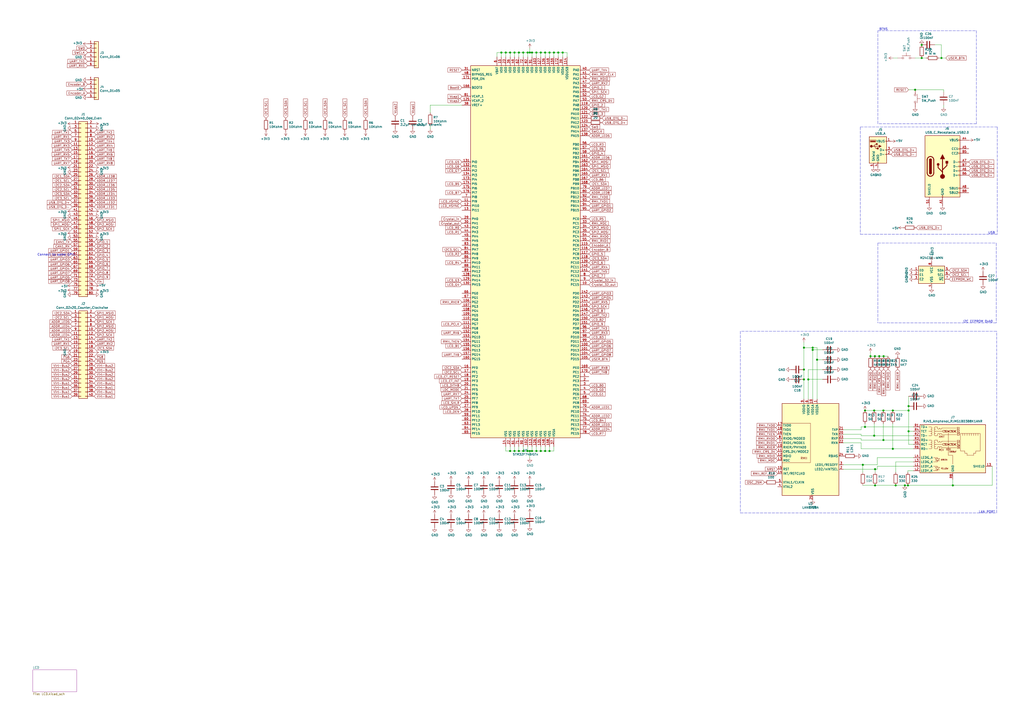
<source format=kicad_sch>
(kicad_sch (version 20210126) (generator eeschema)
  (paper "A2")
  (junction (at 290.83 30.48) (diameter 1.016))
  (junction (at 293.37 30.48) (diameter 1.016))
  (junction (at 295.91 30.48) (diameter 1.016))
  (junction (at 295.91 261.62) (diameter 1.016))
  (junction (at 298.45 30.48) (diameter 1.016))
  (junction (at 298.45 261.62) (diameter 1.016))
  (junction (at 300.99 30.48) (diameter 1.016))
  (junction (at 300.99 261.62) (diameter 1.016))
  (junction (at 303.53 30.48) (diameter 1.016))
  (junction (at 303.53 261.62) (diameter 1.016))
  (junction (at 306.07 30.48) (diameter 1.016))
  (junction (at 306.07 261.62) (diameter 1.016))
  (junction (at 307.34 30.48) (diameter 1.016))
  (junction (at 307.34 261.62) (diameter 1.016))
  (junction (at 308.61 30.48) (diameter 1.016))
  (junction (at 308.61 261.62) (diameter 1.016))
  (junction (at 311.15 30.48) (diameter 1.016))
  (junction (at 311.15 261.62) (diameter 1.016))
  (junction (at 313.69 30.48) (diameter 1.016))
  (junction (at 313.69 261.62) (diameter 1.016))
  (junction (at 316.23 30.48) (diameter 1.016))
  (junction (at 316.23 261.62) (diameter 1.016))
  (junction (at 318.77 30.48) (diameter 1.016))
  (junction (at 318.77 261.62) (diameter 1.016))
  (junction (at 321.31 30.48) (diameter 1.016))
  (junction (at 323.85 30.48) (diameter 1.016))
  (junction (at 326.39 30.48) (diameter 1.016))
  (junction (at 466.344 201.676) (diameter 1.016))
  (junction (at 466.344 214.376) (diameter 1.016))
  (junction (at 466.344 220.091) (diameter 1.016))
  (junction (at 468.884 220.091) (diameter 1.016))
  (junction (at 471.424 201.676) (diameter 1.016))
  (junction (at 471.424 202.946) (diameter 1.016))
  (junction (at 473.964 208.661) (diameter 1.016))
  (junction (at 500.507 269.621) (diameter 1.016))
  (junction (at 501.777 238.125) (diameter 1.016))
  (junction (at 501.777 247.65) (diameter 1.016))
  (junction (at 504.952 206.629) (diameter 1.016))
  (junction (at 507.111 238.125) (diameter 1.016))
  (junction (at 507.111 252.73) (diameter 1.016))
  (junction (at 507.492 206.629) (diameter 1.016))
  (junction (at 507.619 272.161) (diameter 1.016))
  (junction (at 507.619 281.559) (diameter 1.016))
  (junction (at 510.032 206.629) (diameter 1.016))
  (junction (at 512.445 238.125) (diameter 1.016))
  (junction (at 512.445 255.27) (diameter 1.016))
  (junction (at 512.572 206.629) (diameter 1.016))
  (junction (at 517.906 238.125) (diameter 1.016))
  (junction (at 517.906 260.35) (diameter 1.016))
  (junction (at 519.557 281.559) (diameter 1.016))
  (junction (at 524.891 281.559) (diameter 1.016))
  (junction (at 526.669 281.559) (diameter 1.016))
  (junction (at 527.05 235.585) (diameter 1.016))
  (junction (at 527.05 238.125) (diameter 1.016))
  (junction (at 527.05 250.19) (diameter 1.016))
  (junction (at 530.86 52.07) (diameter 1.016))
  (junction (at 534.67 26.035) (diameter 1.016))
  (junction (at 534.67 33.655) (diameter 1.016))
  (junction (at 546.1 33.655) (diameter 1.016))
  (junction (at 552.704 281.559) (diameter 1.016))
  (wire (pts (xy 249.555 60.96) (xy 267.97 60.96)))
  (wire (pts (xy 249.555 65.405) (xy 249.555 60.96)))
  (wire (pts (xy 249.555 73.025) (xy 249.555 74.93)))
  (wire (pts (xy 288.29 30.48) (xy 288.29 33.02)))
  (wire (pts (xy 290.83 30.48) (xy 288.29 30.48)))
  (wire (pts (xy 290.83 30.48) (xy 293.37 30.48)))
  (wire (pts (xy 290.83 33.02) (xy 290.83 30.48)))
  (wire (pts (xy 293.37 30.48) (xy 293.37 33.02)))
  (wire (pts (xy 293.37 30.48) (xy 295.91 30.48)))
  (wire (pts (xy 293.37 261.62) (xy 293.37 259.08)))
  (wire (pts (xy 295.91 30.48) (xy 295.91 33.02)))
  (wire (pts (xy 295.91 30.48) (xy 298.45 30.48)))
  (wire (pts (xy 295.91 261.62) (xy 293.37 261.62)))
  (wire (pts (xy 295.91 261.62) (xy 295.91 259.08)))
  (wire (pts (xy 298.45 30.48) (xy 298.45 33.02)))
  (wire (pts (xy 298.45 30.48) (xy 300.99 30.48)))
  (wire (pts (xy 298.45 261.62) (xy 295.91 261.62)))
  (wire (pts (xy 298.45 261.62) (xy 298.45 259.08)))
  (wire (pts (xy 300.99 30.48) (xy 300.99 33.02)))
  (wire (pts (xy 300.99 30.48) (xy 303.53 30.48)))
  (wire (pts (xy 300.99 261.62) (xy 298.45 261.62)))
  (wire (pts (xy 300.99 261.62) (xy 300.99 259.08)))
  (wire (pts (xy 303.53 30.48) (xy 303.53 33.02)))
  (wire (pts (xy 303.53 30.48) (xy 306.07 30.48)))
  (wire (pts (xy 303.53 261.62) (xy 300.99 261.62)))
  (wire (pts (xy 303.53 261.62) (xy 303.53 259.08)))
  (wire (pts (xy 306.07 30.48) (xy 306.07 33.02)))
  (wire (pts (xy 306.07 30.48) (xy 307.34 30.48)))
  (wire (pts (xy 306.07 261.62) (xy 303.53 261.62)))
  (wire (pts (xy 306.07 261.62) (xy 306.07 259.08)))
  (wire (pts (xy 307.34 27.94) (xy 307.34 30.48)))
  (wire (pts (xy 307.34 30.48) (xy 308.61 30.48)))
  (wire (pts (xy 307.34 261.62) (xy 306.07 261.62)))
  (wire (pts (xy 307.34 261.62) (xy 307.34 265.684)))
  (wire (pts (xy 308.61 30.48) (xy 308.61 33.02)))
  (wire (pts (xy 308.61 30.48) (xy 311.15 30.48)))
  (wire (pts (xy 308.61 261.62) (xy 307.34 261.62)))
  (wire (pts (xy 308.61 261.62) (xy 308.61 259.08)))
  (wire (pts (xy 308.61 261.62) (xy 311.15 261.62)))
  (wire (pts (xy 311.15 30.48) (xy 311.15 33.02)))
  (wire (pts (xy 311.15 30.48) (xy 313.69 30.48)))
  (wire (pts (xy 311.15 261.62) (xy 311.15 259.08)))
  (wire (pts (xy 313.69 30.48) (xy 313.69 33.02)))
  (wire (pts (xy 313.69 30.48) (xy 316.23 30.48)))
  (wire (pts (xy 313.69 261.62) (xy 311.15 261.62)))
  (wire (pts (xy 313.69 261.62) (xy 313.69 259.08)))
  (wire (pts (xy 316.23 30.48) (xy 316.23 33.02)))
  (wire (pts (xy 316.23 30.48) (xy 318.77 30.48)))
  (wire (pts (xy 316.23 261.62) (xy 313.69 261.62)))
  (wire (pts (xy 316.23 261.62) (xy 316.23 259.08)))
  (wire (pts (xy 318.77 30.48) (xy 318.77 33.02)))
  (wire (pts (xy 318.77 30.48) (xy 321.31 30.48)))
  (wire (pts (xy 318.77 261.62) (xy 316.23 261.62)))
  (wire (pts (xy 318.77 261.62) (xy 318.77 259.08)))
  (wire (pts (xy 321.31 30.48) (xy 321.31 33.02)))
  (wire (pts (xy 321.31 30.48) (xy 323.85 30.48)))
  (wire (pts (xy 321.31 261.62) (xy 318.77 261.62)))
  (wire (pts (xy 321.31 261.62) (xy 321.31 259.08)))
  (wire (pts (xy 323.85 30.48) (xy 323.85 33.02)))
  (wire (pts (xy 323.85 30.48) (xy 326.39 30.48)))
  (wire (pts (xy 326.39 30.48) (xy 326.39 33.02)))
  (wire (pts (xy 328.93 30.48) (xy 326.39 30.48)))
  (wire (pts (xy 328.93 33.02) (xy 328.93 30.48)))
  (wire (pts (xy 466.344 198.501) (xy 466.344 201.676)))
  (wire (pts (xy 466.344 201.676) (xy 466.344 214.376)))
  (wire (pts (xy 466.344 214.376) (xy 466.344 220.091)))
  (wire (pts (xy 466.344 220.091) (xy 466.344 231.521)))
  (wire (pts (xy 468.884 214.376) (xy 477.139 214.376)))
  (wire (pts (xy 468.884 220.091) (xy 468.884 214.376)))
  (wire (pts (xy 468.884 220.091) (xy 477.139 220.091)))
  (wire (pts (xy 468.884 231.521) (xy 468.884 220.091)))
  (wire (pts (xy 471.424 201.676) (xy 466.344 201.676)))
  (wire (pts (xy 471.424 201.676) (xy 473.964 201.676)))
  (wire (pts (xy 471.424 202.946) (xy 471.424 201.676)))
  (wire (pts (xy 471.424 202.946) (xy 471.424 231.521)))
  (wire (pts (xy 471.424 202.946) (xy 477.139 202.946)))
  (wire (pts (xy 473.964 201.676) (xy 473.964 208.661)))
  (wire (pts (xy 473.964 208.661) (xy 473.964 231.521)))
  (wire (pts (xy 473.964 208.661) (xy 477.139 208.661)))
  (wire (pts (xy 489.204 249.301) (xy 499.491 249.301)))
  (wire (pts (xy 489.204 254.381) (xy 499.491 254.381)))
  (wire (pts (xy 489.204 269.621) (xy 500.507 269.621)))
  (wire (pts (xy 499.491 247.65) (xy 501.777 247.65)))
  (wire (pts (xy 499.491 249.301) (xy 499.491 247.65)))
  (wire (pts (xy 499.491 251.841) (xy 489.204 251.841)))
  (wire (pts (xy 499.491 252.73) (xy 499.491 251.841)))
  (wire (pts (xy 499.491 254.381) (xy 499.491 255.27)))
  (wire (pts (xy 499.491 255.27) (xy 512.445 255.27)))
  (wire (pts (xy 499.491 256.921) (xy 489.204 256.921)))
  (wire (pts (xy 499.491 260.35) (xy 499.491 256.921)))
  (wire (pts (xy 500.507 269.621) (xy 500.507 273.939)))
  (wire (pts (xy 500.507 269.621) (xy 508.889 269.621)))
  (wire (pts (xy 500.507 281.559) (xy 507.619 281.559)))
  (wire (pts (xy 501.777 238.125) (xy 507.111 238.125)))
  (wire (pts (xy 501.777 245.745) (xy 501.777 247.65)))
  (wire (pts (xy 501.777 247.65) (xy 529.844 247.65)))
  (wire (pts (xy 504.952 206.629) (xy 504.952 204.597)))
  (wire (pts (xy 507.111 238.125) (xy 512.445 238.125)))
  (wire (pts (xy 507.111 245.745) (xy 507.111 252.73)))
  (wire (pts (xy 507.111 252.73) (xy 499.491 252.73)))
  (wire (pts (xy 507.111 252.73) (xy 529.844 252.73)))
  (wire (pts (xy 507.492 206.629) (xy 504.952 206.629)))
  (wire (pts (xy 507.619 272.161) (xy 489.204 272.161)))
  (wire (pts (xy 507.619 272.161) (xy 507.619 273.939)))
  (wire (pts (xy 507.619 281.559) (xy 519.557 281.559)))
  (wire (pts (xy 508.889 265.43) (xy 529.844 265.43)))
  (wire (pts (xy 508.889 269.621) (xy 508.889 265.43)))
  (wire (pts (xy 508.889 270.51) (xy 508.889 272.161)))
  (wire (pts (xy 508.889 270.51) (xy 529.844 270.51)))
  (wire (pts (xy 508.889 272.161) (xy 507.619 272.161)))
  (wire (pts (xy 510.032 206.629) (xy 507.492 206.629)))
  (wire (pts (xy 510.032 206.629) (xy 512.572 206.629)))
  (wire (pts (xy 512.445 238.125) (xy 517.906 238.125)))
  (wire (pts (xy 512.445 245.745) (xy 512.445 255.27)))
  (wire (pts (xy 512.445 255.27) (xy 529.844 255.27)))
  (wire (pts (xy 512.572 206.629) (xy 515.112 206.629)))
  (wire (pts (xy 517.906 238.125) (xy 527.05 238.125)))
  (wire (pts (xy 517.906 245.745) (xy 517.906 260.35)))
  (wire (pts (xy 517.906 260.35) (xy 499.491 260.35)))
  (wire (pts (xy 517.906 260.35) (xy 529.844 260.35)))
  (wire (pts (xy 518.16 33.655) (xy 520.7 33.655)))
  (wire (pts (xy 519.557 267.97) (xy 519.557 273.939)))
  (wire (pts (xy 519.557 267.97) (xy 529.844 267.97)))
  (wire (pts (xy 524.891 281.559) (xy 519.557 281.559)))
  (wire (pts (xy 526.669 273.05) (xy 529.844 273.05)))
  (wire (pts (xy 526.669 273.939) (xy 526.669 273.05)))
  (wire (pts (xy 526.669 281.559) (xy 524.891 281.559)))
  (wire (pts (xy 527.05 229.87) (xy 527.05 235.585)))
  (wire (pts (xy 527.05 235.585) (xy 527.05 238.125)))
  (wire (pts (xy 527.05 238.125) (xy 527.05 250.19)))
  (wire (pts (xy 527.05 250.19) (xy 529.844 250.19)))
  (wire (pts (xy 527.05 257.81) (xy 527.05 250.19)))
  (wire (pts (xy 527.05 257.81) (xy 529.844 257.81)))
  (wire (pts (xy 527.177 238.125) (xy 527.05 238.125)))
  (wire (pts (xy 530.86 33.655) (xy 534.67 33.655)))
  (wire (pts (xy 530.86 52.07) (xy 527.05 52.07)))
  (wire (pts (xy 534.67 33.655) (xy 537.21 33.655)))
  (wire (pts (xy 542.29 26.035) (xy 546.1 26.035)))
  (wire (pts (xy 544.83 33.655) (xy 546.1 33.655)))
  (wire (pts (xy 546.1 26.035) (xy 546.1 33.655)))
  (wire (pts (xy 546.1 33.655) (xy 548.64 33.655)))
  (wire (pts (xy 547.37 52.07) (xy 530.86 52.07)))
  (wire (pts (xy 547.37 53.34) (xy 547.37 52.07)))
  (wire (pts (xy 547.37 60.96) (xy 547.37 62.23)))
  (wire (pts (xy 552.704 278.13) (xy 552.704 281.559)))
  (wire (pts (xy 552.704 281.559) (xy 526.669 281.559)))
  (wire (pts (xy 575.564 270.51) (xy 575.564 281.559)))
  (wire (pts (xy 575.564 281.559) (xy 552.704 281.559)))
  (polyline (pts (xy 429.514 192.151) (xy 429.514 297.561)) (stroke (width 0) (type dash)))
  (polyline (pts (xy 429.514 297.561) (xy 578.104 297.561)) (stroke (width 0) (type dash)))
  (polyline (pts (xy 499.11 73.66) (xy 499.11 135.89)) (stroke (width 0) (type dash)))
  (polyline (pts (xy 499.11 73.66) (xy 578.485 73.66)) (stroke (width 0) (type dash)))
  (polyline (pts (xy 509.27 17.78) (xy 566.42 17.78)) (stroke (width 0) (type dash)))
  (polyline (pts (xy 509.27 71.755) (xy 509.27 17.78)) (stroke (width 0) (type dash)))
  (polyline (pts (xy 509.27 140.97) (xy 509.27 187.325)) (stroke (width 0) (type dash)))
  (polyline (pts (xy 509.27 140.97) (xy 577.85 140.97)) (stroke (width 0) (type dash)))
  (polyline (pts (xy 566.42 17.78) (xy 566.42 71.755)) (stroke (width 0) (type dash)))
  (polyline (pts (xy 566.42 71.755) (xy 509.27 71.755)) (stroke (width 0) (type dash)))
  (polyline (pts (xy 577.85 140.97) (xy 577.85 187.325)) (stroke (width 0) (type dash)))
  (polyline (pts (xy 577.85 187.325) (xy 509.27 187.325)) (stroke (width 0) (type dash)))
  (polyline (pts (xy 578.104 192.151) (xy 429.514 192.151)) (stroke (width 0) (type dash)))
  (polyline (pts (xy 578.104 297.561) (xy 578.104 192.151)) (stroke (width 0) (type dash)))
  (polyline (pts (xy 578.485 73.66) (xy 578.485 135.89)) (stroke (width 0) (type dash)))
  (polyline (pts (xy 578.485 135.89) (xy 499.11 135.89)) (stroke (width 0) (type dash)))
  (text "Connect to some GPIO" (at 43.688 148.59 180) (effects (font (size 1.27 1.27)) (justify right bottom)))
  (text "BTNS\n" (at 514.985 17.78 180) (effects (font (size 1.27 1.27)) (justify right bottom)))
  (text "I2C EEPROM 0xA0\n" (at 575.945 187.325 180) (effects (font (size 1.27 1.27)) (justify right bottom)))
  (text "USB\n" (at 577.215 135.89 180) (effects (font (size 1.27 1.27)) (justify right bottom)))
  (text "LAN PORT" (at 577.215 297.815 180) (effects (font (size 1.27 1.27)) (justify right bottom)))
  (global_label "UART_TX1" (shape input) (at 41.91 76.835 180) (property "Intersheet References" "${INTERSHEET_REFS}" (effects hide)))
  (global_label "UART_RX1" (shape input) (at 41.91 79.375 180) (property "Intersheet References" "${INTERSHEET_REFS}" (effects hide)))
  (global_label "UART_TX3" (shape input) (at 41.91 81.915 180) (property "Intersheet References" "${INTERSHEET_REFS}" (effects hide)))
  (global_label "UART_RX3" (shape input) (at 41.91 84.455 180) (property "Intersheet References" "${INTERSHEET_REFS}" (effects hide)))
  (global_label "UART_TX5" (shape input) (at 41.91 86.995 180) (property "Intersheet References" "${INTERSHEET_REFS}" (effects hide)))
  (global_label "UART_RX5" (shape input) (at 41.91 89.535 180) (property "Intersheet References" "${INTERSHEET_REFS}" (effects hide)))
  (global_label "UART_TX7" (shape input) (at 41.91 92.075 180) (property "Intersheet References" "${INTERSHEET_REFS}" (effects hide)))
  (global_label "UART_RX7" (shape input) (at 41.91 94.615 180) (property "Intersheet References" "${INTERSHEET_REFS}" (effects hide)))
  (global_label "I2C1_SDA" (shape input) (at 41.91 102.235 180) (property "Intersheet References" "${INTERSHEET_REFS}" (effects hide)))
  (global_label "I2C1_SCL" (shape input) (at 41.91 104.775 180) (property "Intersheet References" "${INTERSHEET_REFS}" (effects hide)))
  (global_label "I2C2_SDA" (shape input) (at 41.91 107.315 180) (property "Intersheet References" "${INTERSHEET_REFS}" (effects hide)))
  (global_label "I2C2_SCL" (shape input) (at 41.91 109.855 180) (property "Intersheet References" "${INTERSHEET_REFS}" (effects hide)))
  (global_label "I2C3_SDA" (shape input) (at 41.91 112.395 180) (property "Intersheet References" "${INTERSHEET_REFS}" (effects hide)))
  (global_label "I2C3_SCL" (shape input) (at 41.91 114.935 180) (property "Intersheet References" "${INTERSHEET_REFS}" (effects hide)))
  (global_label "USB_OTG_D+" (shape input) (at 41.91 117.475 180) (property "Intersheet References" "${INTERSHEET_REFS}" (effects hide)))
  (global_label "USB_OTG_D-" (shape input) (at 41.91 120.015 180) (property "Intersheet References" "${INTERSHEET_REFS}" (effects hide)))
  (global_label "SPI1_MSIO" (shape input) (at 41.91 127.635 180) (property "Intersheet References" "${INTERSHEET_REFS}" (effects hide)))
  (global_label "SPI1_MOSI" (shape input) (at 41.91 130.175 180) (property "Intersheet References" "${INTERSHEET_REFS}" (effects hide)))
  (global_label "SPI1_SCK" (shape input) (at 41.91 132.715 180) (property "Intersheet References" "${INTERSHEET_REFS}" (effects hide)))
  (global_label "CAN1_TX" (shape input) (at 41.91 140.335 180) (property "Intersheet References" "${INTERSHEET_REFS}" (effects hide)))
  (global_label "CAN1_RX" (shape input) (at 41.91 142.875 180) (property "Intersheet References" "${INTERSHEET_REFS}" (effects hide)))
  (global_label "UART_GPIO1" (shape input) (at 41.91 145.415 180) (property "Intersheet References" "${INTERSHEET_REFS}" (effects hide)))
  (global_label "UART_GPIO2" (shape input) (at 41.91 147.955 180) (property "Intersheet References" "${INTERSHEET_REFS}" (effects hide)))
  (global_label "UART_GPIO3" (shape input) (at 41.91 150.495 180) (property "Intersheet References" "${INTERSHEET_REFS}" (effects hide)))
  (global_label "UART_GPIO6" (shape input) (at 41.91 153.289 180) (property "Intersheet References" "${INTERSHEET_REFS}" (effects hide)))
  (global_label "UART_GPIO4" (shape input) (at 41.91 155.829 180) (property "Intersheet References" "${INTERSHEET_REFS}" (effects hide)))
  (global_label "UART_GPIO7" (shape input) (at 41.91 158.369 180) (property "Intersheet References" "${INTERSHEET_REFS}" (effects hide)))
  (global_label "UART_GPIO5" (shape input) (at 41.91 160.909 180) (property "Intersheet References" "${INTERSHEET_REFS}" (effects hide)))
  (global_label "UART_GPIO8" (shape input) (at 41.91 163.195 180) (property "Intersheet References" "${INTERSHEET_REFS}" (effects hide)))
  (global_label "I2C2_SDA" (shape input) (at 41.91 181.61 180) (property "Intersheet References" "${INTERSHEET_REFS}" (effects hide)))
  (global_label "I2C2_SCL" (shape input) (at 41.91 184.15 180) (property "Intersheet References" "${INTERSHEET_REFS}" (effects hide)))
  (global_label "ADDR_LED5" (shape input) (at 41.91 186.69 180) (property "Intersheet References" "${INTERSHEET_REFS}" (effects hide)))
  (global_label "ADDR_LED4" (shape input) (at 41.91 189.23 180) (property "Intersheet References" "${INTERSHEET_REFS}" (effects hide)))
  (global_label "ADDR_LED3" (shape input) (at 41.91 191.77 180) (property "Intersheet References" "${INTERSHEET_REFS}" (effects hide)))
  (global_label "ADDR_LED4" (shape input) (at 41.91 194.31 180) (property "Intersheet References" "${INTERSHEET_REFS}" (effects hide)))
  (global_label "UART_TX1" (shape input) (at 41.91 196.85 180) (property "Intersheet References" "${INTERSHEET_REFS}" (effects hide)))
  (global_label "UART_RX1" (shape input) (at 41.91 199.39 180) (property "Intersheet References" "${INTERSHEET_REFS}" (effects hide)))
  (global_label "I2C3_SCL" (shape input) (at 41.91 201.93 180) (property "Intersheet References" "${INTERSHEET_REFS}" (effects hide)))
  (global_label "PG6" (shape input) (at 41.91 207.01 180) (property "Intersheet References" "${INTERSHEET_REFS}" (effects hide)))
  (global_label "PG4" (shape input) (at 41.91 209.55 180) (property "Intersheet References" "${INTERSHEET_REFS}" (effects hide)))
  (global_label "Virt-Bus2" (shape input) (at 41.91 212.09 180) (property "Intersheet References" "${INTERSHEET_REFS}" (effects hide)))
  (global_label "Virt-Bus2" (shape input) (at 41.91 214.63 180) (property "Intersheet References" "${INTERSHEET_REFS}" (effects hide)))
  (global_label "Virt-Bus2" (shape input) (at 41.91 217.17 180) (property "Intersheet References" "${INTERSHEET_REFS}" (effects hide)))
  (global_label "Virt-Bus2" (shape input) (at 41.91 219.71 180) (property "Intersheet References" "${INTERSHEET_REFS}" (effects hide)))
  (global_label "Virt-Bus1" (shape input) (at 41.91 222.25 180) (property "Intersheet References" "${INTERSHEET_REFS}" (effects hide)))
  (global_label "Virt-Bus1" (shape input) (at 41.91 224.79 180) (property "Intersheet References" "${INTERSHEET_REFS}" (effects hide)))
  (global_label "Virt-Bus1" (shape input) (at 41.91 227.33 180) (property "Intersheet References" "${INTERSHEET_REFS}" (effects hide)))
  (global_label "Virt-Bus1" (shape input) (at 41.91 229.87 180) (property "Intersheet References" "${INTERSHEET_REFS}" (effects hide)))
  (global_label "SWD" (shape input) (at 50.8 27.94 180) (property "Intersheet References" "${INTERSHEET_REFS}" (effects hide)))
  (global_label "SWCLK" (shape input) (at 50.8 30.48 180) (property "Intersheet References" "${INTERSHEET_REFS}" (effects hide)))
  (global_label "UART_TX1" (shape input) (at 50.8 35.56 180) (property "Intersheet References" "${INTERSHEET_REFS}" (effects hide)))
  (global_label "UART_RX1" (shape input) (at 50.8 38.1 180) (property "Intersheet References" "${INTERSHEET_REFS}" (effects hide)))
  (global_label "Encoder_B" (shape input) (at 50.8 48.895 180) (property "Intersheet References" "${INTERSHEET_REFS}" (effects hide)))
  (global_label "Encoder_A" (shape input) (at 50.8 53.975 180) (property "Intersheet References" "${INTERSHEET_REFS}" (effects hide)))
  (global_label "UART_TX2" (shape input) (at 54.61 76.835 0) (property "Intersheet References" "${INTERSHEET_REFS}" (effects hide)))
  (global_label "UART_RX2" (shape input) (at 54.61 79.375 0) (property "Intersheet References" "${INTERSHEET_REFS}" (effects hide)))
  (global_label "UART_TX4" (shape input) (at 54.61 81.915 0) (property "Intersheet References" "${INTERSHEET_REFS}" (effects hide)))
  (global_label "UART_RX4" (shape input) (at 54.61 84.455 0) (property "Intersheet References" "${INTERSHEET_REFS}" (effects hide)))
  (global_label "UART_TX6" (shape input) (at 54.61 86.995 0) (property "Intersheet References" "${INTERSHEET_REFS}" (effects hide)))
  (global_label "UART_RX6" (shape input) (at 54.61 89.535 0) (property "Intersheet References" "${INTERSHEET_REFS}" (effects hide)))
  (global_label "UART_TX8" (shape input) (at 54.61 92.075 0) (property "Intersheet References" "${INTERSHEET_REFS}" (effects hide)))
  (global_label "UART_RX8" (shape input) (at 54.61 94.615 0) (property "Intersheet References" "${INTERSHEET_REFS}" (effects hide)))
  (global_label "ADDR_LED8" (shape input) (at 54.61 102.235 0) (property "Intersheet References" "${INTERSHEET_REFS}" (effects hide)))
  (global_label "ADDR_LED7" (shape input) (at 54.61 104.775 0) (property "Intersheet References" "${INTERSHEET_REFS}" (effects hide)))
  (global_label "ADDR_LED6" (shape input) (at 54.61 107.315 0) (property "Intersheet References" "${INTERSHEET_REFS}" (effects hide)))
  (global_label "ADDR_LED5" (shape input) (at 54.61 109.855 0) (property "Intersheet References" "${INTERSHEET_REFS}" (effects hide)))
  (global_label "ADDR_LED4" (shape input) (at 54.61 112.395 0) (property "Intersheet References" "${INTERSHEET_REFS}" (effects hide)))
  (global_label "ADDR_LED3" (shape input) (at 54.61 114.935 0) (property "Intersheet References" "${INTERSHEET_REFS}" (effects hide)))
  (global_label "ADDR_LED2" (shape input) (at 54.61 117.475 0) (property "Intersheet References" "${INTERSHEET_REFS}" (effects hide)))
  (global_label "ADDR_LED1" (shape input) (at 54.61 120.015 0) (property "Intersheet References" "${INTERSHEET_REFS}" (effects hide)))
  (global_label "SPI2_MSIO" (shape input) (at 54.61 127.635 0) (property "Intersheet References" "${INTERSHEET_REFS}" (effects hide)))
  (global_label "SPI2_MOSI" (shape input) (at 54.61 130.175 0) (property "Intersheet References" "${INTERSHEET_REFS}" (effects hide)))
  (global_label "SPI2_SCK" (shape input) (at 54.61 132.715 0) (property "Intersheet References" "${INTERSHEET_REFS}" (effects hide)))
  (global_label "GPIO_1" (shape input) (at 54.61 140.335 0) (property "Intersheet References" "${INTERSHEET_REFS}" (effects hide)))
  (global_label "GPIO_2" (shape input) (at 54.61 142.875 0) (property "Intersheet References" "${INTERSHEET_REFS}" (effects hide)))
  (global_label "GPIO_3" (shape input) (at 54.61 145.415 0) (property "Intersheet References" "${INTERSHEET_REFS}" (effects hide)))
  (global_label "GPIO_4" (shape input) (at 54.61 147.955 0) (property "Intersheet References" "${INTERSHEET_REFS}" (effects hide)))
  (global_label "GPIO_5" (shape input) (at 54.61 150.495 0) (property "Intersheet References" "${INTERSHEET_REFS}" (effects hide)))
  (global_label "GPIO_6" (shape input) (at 54.61 153.035 0) (property "Intersheet References" "${INTERSHEET_REFS}" (effects hide)))
  (global_label "GPIO_7" (shape input) (at 54.61 155.575 0) (property "Intersheet References" "${INTERSHEET_REFS}" (effects hide)))
  (global_label "GPIO_8" (shape input) (at 54.61 158.115 0) (property "Intersheet References" "${INTERSHEET_REFS}" (effects hide)))
  (global_label "GPIO_9" (shape input) (at 54.61 160.655 0) (property "Intersheet References" "${INTERSHEET_REFS}" (effects hide)))
  (global_label "Vin" (shape input) (at 54.61 163.195 0) (property "Intersheet References" "${INTERSHEET_REFS}" (effects hide)))
  (global_label "SPI1_MSIO" (shape input) (at 54.61 181.61 0) (property "Intersheet References" "${INTERSHEET_REFS}" (effects hide)))
  (global_label "SPI1_MOSI" (shape input) (at 54.61 184.15 0) (property "Intersheet References" "${INTERSHEET_REFS}" (effects hide)))
  (global_label "SPI1_SCK" (shape input) (at 54.61 186.69 0) (property "Intersheet References" "${INTERSHEET_REFS}" (effects hide)))
  (global_label "SPI2_MSIO" (shape input) (at 54.61 189.23 0) (property "Intersheet References" "${INTERSHEET_REFS}" (effects hide)))
  (global_label "SPI2_MOSI" (shape input) (at 54.61 191.77 0) (property "Intersheet References" "${INTERSHEET_REFS}" (effects hide)))
  (global_label "SPI2_SCK" (shape input) (at 54.61 194.31 0) (property "Intersheet References" "${INTERSHEET_REFS}" (effects hide)))
  (global_label "UART_TX2" (shape input) (at 54.61 196.85 0) (property "Intersheet References" "${INTERSHEET_REFS}" (effects hide)))
  (global_label "UART_RX2" (shape input) (at 54.61 199.39 0) (property "Intersheet References" "${INTERSHEET_REFS}" (effects hide)))
  (global_label "I2C3_SDA" (shape input) (at 54.61 201.93 0) (property "Intersheet References" "${INTERSHEET_REFS}" (effects hide)))
  (global_label "PG8" (shape input) (at 54.61 207.01 0) (property "Intersheet References" "${INTERSHEET_REFS}" (effects hide)))
  (global_label "PG5" (shape input) (at 54.61 209.55 0) (property "Intersheet References" "${INTERSHEET_REFS}" (effects hide)))
  (global_label "Virt-Bus2" (shape input) (at 54.61 212.09 0) (property "Intersheet References" "${INTERSHEET_REFS}" (effects hide)))
  (global_label "Virt-Bus2" (shape input) (at 54.61 214.63 0) (property "Intersheet References" "${INTERSHEET_REFS}" (effects hide)))
  (global_label "Virt-Bus2" (shape input) (at 54.61 217.17 0) (property "Intersheet References" "${INTERSHEET_REFS}" (effects hide)))
  (global_label "Virt-Bus2" (shape input) (at 54.61 219.71 0) (property "Intersheet References" "${INTERSHEET_REFS}" (effects hide)))
  (global_label "Virt-Bus1" (shape input) (at 54.61 222.25 0) (property "Intersheet References" "${INTERSHEET_REFS}" (effects hide)))
  (global_label "Virt-Bus1" (shape input) (at 54.61 224.79 0) (property "Intersheet References" "${INTERSHEET_REFS}" (effects hide)))
  (global_label "Virt-Bus1" (shape input) (at 54.61 227.33 0) (property "Intersheet References" "${INTERSHEET_REFS}" (effects hide)))
  (global_label "Virt-Bus1" (shape input) (at 54.61 229.87 0) (property "Intersheet References" "${INTERSHEET_REFS}" (effects hide)))
  (global_label "I2C3_SCL" (shape input) (at 154.305 68.58 90) (property "Intersheet References" "${INTERSHEET_REFS}" (effects hide)))
  (global_label "I2C3_SDA" (shape input) (at 165.735 68.58 90) (property "Intersheet References" "${INTERSHEET_REFS}" (effects hide)))
  (global_label "I2C2_SCL" (shape input) (at 177.165 68.58 90) (property "Intersheet References" "${INTERSHEET_REFS}" (effects hide)))
  (global_label "I2C2_SDA" (shape input) (at 188.595 68.58 90) (property "Intersheet References" "${INTERSHEET_REFS}" (effects hide)))
  (global_label "I2C1_SCL" (shape input) (at 200.025 68.58 90) (property "Intersheet References" "${INTERSHEET_REFS}" (effects hide)))
  (global_label "I2C1_SDA" (shape input) (at 212.09 68.58 90) (property "Intersheet References" "${INTERSHEET_REFS}" (effects hide)))
  (global_label "Vcap2" (shape input) (at 229.235 67.31 90) (property "Intersheet References" "${INTERSHEET_REFS}" (effects hide)))
  (global_label "Vcap1" (shape input) (at 239.395 67.31 90) (property "Intersheet References" "${INTERSHEET_REFS}" (effects hide)))
  (global_label "LCD_UPDN" (shape input) (at 267.335 236.22 180) (property "Intersheet References" "${INTERSHEET_REFS}" (effects hide)))
  (global_label "RESET" (shape input) (at 267.97 40.64 180) (property "Intersheet References" "${INTERSHEET_REFS}" (effects hide)))
  (global_label "Boot0" (shape input) (at 267.97 50.8 180) (property "Intersheet References" "${INTERSHEET_REFS}" (effects hide)))
  (global_label "Vcap1" (shape input) (at 267.97 55.88 180) (property "Intersheet References" "${INTERSHEET_REFS}" (effects hide)))
  (global_label "Vcap2" (shape input) (at 267.97 58.42 180) (property "Intersheet References" "${INTERSHEET_REFS}" (effects hide)))
  (global_label "LCD_G5" (shape input) (at 267.97 93.98 180) (property "Intersheet References" "${INTERSHEET_REFS}" (effects hide)))
  (global_label "LCD_G6" (shape input) (at 267.97 96.52 180) (property "Intersheet References" "${INTERSHEET_REFS}" (effects hide)))
  (global_label "LCD_G7" (shape input) (at 267.97 99.06 180) (property "Intersheet References" "${INTERSHEET_REFS}" (effects hide)))
  (global_label "LCD_B5" (shape input) (at 267.97 106.68 180) (property "Intersheet References" "${INTERSHEET_REFS}" (effects hide)))
  (global_label "LCD_B7" (shape input) (at 267.97 111.76 180) (property "Intersheet References" "${INTERSHEET_REFS}" (effects hide)))
  (global_label "LCD_VSYNC" (shape input) (at 267.97 116.84 180) (property "Intersheet References" "${INTERSHEET_REFS}" (effects hide)))
  (global_label "LCD_HSYNC" (shape input) (at 267.97 119.38 180) (property "Intersheet References" "${INTERSHEET_REFS}" (effects hide)))
  (global_label "Crystal_in" (shape input) (at 267.97 127 180) (property "Intersheet References" "${INTERSHEET_REFS}" (effects hide)))
  (global_label "Crystal_out" (shape input) (at 267.97 129.54 180) (property "Intersheet References" "${INTERSHEET_REFS}" (effects hide)))
  (global_label "LCD_R0" (shape input) (at 267.97 132.08 180) (property "Intersheet References" "${INTERSHEET_REFS}" (effects hide)))
  (global_label "LCD_R1" (shape input) (at 267.97 134.62 180) (property "Intersheet References" "${INTERSHEET_REFS}" (effects hide)))
  (global_label "I2C3_SCL" (shape input) (at 267.97 144.78 180) (property "Intersheet References" "${INTERSHEET_REFS}" (effects hide)))
  (global_label "LCD_R2" (shape input) (at 267.97 147.32 180) (property "Intersheet References" "${INTERSHEET_REFS}" (effects hide)))
  (global_label "LCD_R4" (shape input) (at 267.97 152.4 180) (property "Intersheet References" "${INTERSHEET_REFS}" (effects hide)))
  (global_label "LCD_G3" (shape input) (at 267.97 162.56 180) (property "Intersheet References" "${INTERSHEET_REFS}" (effects hide)))
  (global_label "LCD_G4" (shape input) (at 267.97 165.1 180) (property "Intersheet References" "${INTERSHEET_REFS}" (effects hide)))
  (global_label "RMII_RXER" (shape input) (at 267.97 175.26 180) (property "Intersheet References" "${INTERSHEET_REFS}" (effects hide)))
  (global_label "LCD_PCLK" (shape input) (at 267.97 187.96 180) (property "Intersheet References" "${INTERSHEET_REFS}" (effects hide)))
  (global_label "UART_RX6" (shape input) (at 267.97 193.04 180) (property "Intersheet References" "${INTERSHEET_REFS}" (effects hide)))
  (global_label "RMII_TXEN" (shape input) (at 267.97 198.12 180) (property "Intersheet References" "${INTERSHEET_REFS}" (effects hide)))
  (global_label "LCD_B1" (shape input) (at 267.97 200.66 180) (property "Intersheet References" "${INTERSHEET_REFS}" (effects hide)))
  (global_label "UART_TX6" (shape input) (at 267.97 205.74 180) (property "Intersheet References" "${INTERSHEET_REFS}" (effects hide)))
  (global_label "I2C2_SDA" (shape input) (at 267.97 213.36 180) (property "Intersheet References" "${INTERSHEET_REFS}" (effects hide)))
  (global_label "I2C2_SCL" (shape input) (at 267.97 215.9 180) (property "Intersheet References" "${INTERSHEET_REFS}" (effects hide)))
  (global_label "LCD_CT_RESET" (shape input) (at 267.97 218.44 180) (property "Intersheet References" "${INTERSHEET_REFS}" (effects hide)))
  (global_label "LCD_CT_INT" (shape input) (at 267.97 220.98 180) (property "Intersheet References" "${INTERSHEET_REFS}" (effects hide)))
  (global_label "LCD_DITHB" (shape input) (at 267.97 223.52 180) (property "Intersheet References" "${INTERSHEET_REFS}" (effects hide)))
  (global_label "LDC_MODE" (shape input) (at 267.97 226.06 180) (property "Intersheet References" "${INTERSHEET_REFS}" (effects hide)))
  (global_label "UART_RX7" (shape input) (at 267.97 228.6 180) (property "Intersheet References" "${INTERSHEET_REFS}" (effects hide)))
  (global_label "UART_TX7" (shape input) (at 267.97 231.14 180) (property "Intersheet References" "${INTERSHEET_REFS}" (effects hide)))
  (global_label "LCD_SHLR" (shape input) (at 267.97 233.68 180) (property "Intersheet References" "${INTERSHEET_REFS}" (effects hide)))
  (global_label "LCD_DEN" (shape input) (at 267.97 238.76 180) (property "Intersheet References" "${INTERSHEET_REFS}" (effects hide)))
  (global_label "UART_TX4" (shape input) (at 341.63 40.64 0) (property "Intersheet References" "${INTERSHEET_REFS}" (effects hide)))
  (global_label "RMII_REF_CLK" (shape input) (at 341.63 43.18 0) (property "Intersheet References" "${INTERSHEET_REFS}" (effects hide)))
  (global_label "RMII_MDIO" (shape input) (at 341.63 45.72 0) (property "Intersheet References" "${INTERSHEET_REFS}" (effects hide)))
  (global_label "UART_RX2" (shape input) (at 341.63 48.26 0) (property "Intersheet References" "${INTERSHEET_REFS}" (effects hide)))
  (global_label "GPIO_1" (shape input) (at 341.63 50.8 0) (property "Intersheet References" "${INTERSHEET_REFS}" (effects hide)))
  (global_label "SPI1_SCK" (shape input) (at 341.63 53.34 0) (property "Intersheet References" "${INTERSHEET_REFS}" (effects hide)))
  (global_label "LCD_G2" (shape input) (at 341.63 55.88 0) (property "Intersheet References" "${INTERSHEET_REFS}" (effects hide)))
  (global_label "RMII_CRS_DV" (shape input) (at 341.63 58.42 0) (property "Intersheet References" "${INTERSHEET_REFS}" (effects hide)))
  (global_label "GPIO_2" (shape input) (at 341.63 60.96 0) (property "Intersheet References" "${INTERSHEET_REFS}" (effects hide)))
  (global_label "UART_TX1" (shape input) (at 341.63 63.5 0) (property "Intersheet References" "${INTERSHEET_REFS}" (effects hide)))
  (global_label "GPIO_3" (shape input) (at 341.63 66.04 0) (property "Intersheet References" "${INTERSHEET_REFS}" (effects hide)))
  (global_label "SWD" (shape input) (at 341.63 73.66 0) (property "Intersheet References" "${INTERSHEET_REFS}" (effects hide)))
  (global_label "SWCLK" (shape input) (at 341.63 76.2 0) (property "Intersheet References" "${INTERSHEET_REFS}" (effects hide)))
  (global_label "ADDR_LED5" (shape input) (at 341.63 78.74 0) (property "Intersheet References" "${INTERSHEET_REFS}" (effects hide)))
  (global_label "LCD_R3" (shape input) (at 341.63 83.82 0) (property "Intersheet References" "${INTERSHEET_REFS}" (effects hide)))
  (global_label "LCD_R6" (shape input) (at 341.63 86.36 0) (property "Intersheet References" "${INTERSHEET_REFS}" (effects hide)))
  (global_label "GPIO_4" (shape input) (at 341.63 88.9 0) (property "Intersheet References" "${INTERSHEET_REFS}" (effects hide)))
  (global_label "ADDR_LED6" (shape input) (at 341.63 91.44 0) (property "Intersheet References" "${INTERSHEET_REFS}" (effects hide)))
  (global_label "SPI1_MOSI" (shape input) (at 341.63 93.98 0) (property "Intersheet References" "${INTERSHEET_REFS}" (effects hide)))
  (global_label "SPI1_MSIO" (shape input) (at 341.63 96.52 0) (property "Intersheet References" "${INTERSHEET_REFS}" (effects hide)))
  (global_label "I2C1_SCL" (shape input) (at 341.63 99.06 0) (property "Intersheet References" "${INTERSHEET_REFS}" (effects hide)))
  (global_label "UART_RX1" (shape input) (at 341.63 101.6 0) (property "Intersheet References" "${INTERSHEET_REFS}" (effects hide)))
  (global_label "LCD_B6" (shape input) (at 341.63 104.14 0) (property "Intersheet References" "${INTERSHEET_REFS}" (effects hide)))
  (global_label "I2C1_SDA" (shape input) (at 341.63 106.68 0) (property "Intersheet References" "${INTERSHEET_REFS}" (effects hide)))
  (global_label "ADDR_LED7" (shape input) (at 341.63 109.22 0) (property "Intersheet References" "${INTERSHEET_REFS}" (effects hide)))
  (global_label "ADDR_LED8" (shape input) (at 341.63 111.76 0) (property "Intersheet References" "${INTERSHEET_REFS}" (effects hide)))
  (global_label "RMII_TXD0" (shape input) (at 341.63 114.3 0) (property "Intersheet References" "${INTERSHEET_REFS}" (effects hide)))
  (global_label "RMII_TXD1" (shape input) (at 341.63 116.84 0) (property "Intersheet References" "${INTERSHEET_REFS}" (effects hide)))
  (global_label "UART_GPIO1" (shape input) (at 341.63 119.38 0) (property "Intersheet References" "${INTERSHEET_REFS}" (effects hide)))
  (global_label "UART_GPIO2" (shape input) (at 341.63 121.92 0) (property "Intersheet References" "${INTERSHEET_REFS}" (effects hide)))
  (global_label "LCD_R5" (shape input) (at 341.63 127 0) (property "Intersheet References" "${INTERSHEET_REFS}" (effects hide)))
  (global_label "RMII_MDC" (shape input) (at 341.63 129.54 0) (property "Intersheet References" "${INTERSHEET_REFS}" (effects hide)))
  (global_label "SPI2_MSIO" (shape input) (at 341.63 132.08 0) (property "Intersheet References" "${INTERSHEET_REFS}" (effects hide)))
  (global_label "SPI2_MOSI" (shape input) (at 341.63 134.62 0) (property "Intersheet References" "${INTERSHEET_REFS}" (effects hide)))
  (global_label "RMII_RXD0" (shape input) (at 341.63 137.16 0) (property "Intersheet References" "${INTERSHEET_REFS}" (effects hide)))
  (global_label "RMII_RXD1" (shape input) (at 341.63 139.7 0) (property "Intersheet References" "${INTERSHEET_REFS}" (effects hide)))
  (global_label "Encoder_A" (shape input) (at 341.63 142.24 0) (property "Intersheet References" "${INTERSHEET_REFS}" (effects hide)))
  (global_label "Encoder_B" (shape input) (at 341.63 144.78 0) (property "Intersheet References" "${INTERSHEET_REFS}" (effects hide)))
  (global_label "GPIO_5" (shape input) (at 341.63 147.32 0) (property "Intersheet References" "${INTERSHEET_REFS}" (effects hide)))
  (global_label "I2C3_SDA" (shape input) (at 341.63 149.86 0) (property "Intersheet References" "${INTERSHEET_REFS}" (effects hide)))
  (global_label "GPIO_6" (shape input) (at 341.63 152.4 0) (property "Intersheet References" "${INTERSHEET_REFS}" (effects hide)))
  (global_label "UART_RX4" (shape input) (at 341.63 154.94 0) (property "Intersheet References" "${INTERSHEET_REFS}" (effects hide)))
  (global_label "UART_TX5" (shape input) (at 341.63 157.48 0) (property "Intersheet References" "${INTERSHEET_REFS}" (effects hide)))
  (global_label "GPIO_7" (shape input) (at 341.63 160.02 0) (property "Intersheet References" "${INTERSHEET_REFS}" (effects hide)))
  (global_label "Crystal_32_in" (shape input) (at 341.63 162.56 0) (property "Intersheet References" "${INTERSHEET_REFS}" (effects hide)))
  (global_label "Crystal_32_out" (shape input) (at 341.63 165.1 0) (property "Intersheet References" "${INTERSHEET_REFS}" (effects hide)))
  (global_label "UART_GPIO3" (shape input) (at 341.63 170.18 0) (property "Intersheet References" "${INTERSHEET_REFS}" (effects hide)))
  (global_label "UART_GPIO4" (shape input) (at 341.63 172.72 0) (property "Intersheet References" "${INTERSHEET_REFS}" (effects hide)))
  (global_label "UART_RX5" (shape input) (at 341.63 175.26 0) (property "Intersheet References" "${INTERSHEET_REFS}" (effects hide)))
  (global_label "SPI2_SCK" (shape input) (at 341.63 177.8 0) (property "Intersheet References" "${INTERSHEET_REFS}" (effects hide)))
  (global_label "GPIO_8" (shape input) (at 341.63 180.34 0) (property "Intersheet References" "${INTERSHEET_REFS}" (effects hide)))
  (global_label "UART_TX2" (shape input) (at 341.63 182.88 0) (property "Intersheet References" "${INTERSHEET_REFS}" (effects hide)))
  (global_label "LCD_B2" (shape input) (at 341.63 185.42 0) (property "Intersheet References" "${INTERSHEET_REFS}" (effects hide)))
  (global_label "GPIO_9" (shape input) (at 341.63 187.96 0) (property "Intersheet References" "${INTERSHEET_REFS}" (effects hide)))
  (global_label "UART_TX3" (shape input) (at 341.63 190.5 0) (property "Intersheet References" "${INTERSHEET_REFS}" (effects hide)))
  (global_label "UART_RX3" (shape input) (at 341.63 193.04 0) (property "Intersheet References" "${INTERSHEET_REFS}" (effects hide)))
  (global_label "LCD_B3" (shape input) (at 341.63 195.58 0) (property "Intersheet References" "${INTERSHEET_REFS}" (effects hide)))
  (global_label "UART_GPIO5" (shape input) (at 341.63 198.12 0) (property "Intersheet References" "${INTERSHEET_REFS}" (effects hide)))
  (global_label "UART_GPIO6" (shape input) (at 341.63 200.66 0) (property "Intersheet References" "${INTERSHEET_REFS}" (effects hide)))
  (global_label "UART_GPIO7" (shape input) (at 341.63 203.2 0) (property "Intersheet References" "${INTERSHEET_REFS}" (effects hide)))
  (global_label "UART_GPIO8" (shape input) (at 341.63 205.74 0) (property "Intersheet References" "${INTERSHEET_REFS}" (effects hide)))
  (global_label "USER_BTN" (shape input) (at 341.63 208.28 0) (property "Intersheet References" "${INTERSHEET_REFS}" (effects hide)))
  (global_label "UART_RX8" (shape input) (at 341.63 213.36 0) (property "Intersheet References" "${INTERSHEET_REFS}" (effects hide)))
  (global_label "UART_TX8" (shape input) (at 341.63 215.9 0) (property "Intersheet References" "${INTERSHEET_REFS}" (effects hide)))
  (global_label "LCD_B0" (shape input) (at 341.63 223.52 0) (property "Intersheet References" "${INTERSHEET_REFS}" (effects hide)))
  (global_label "LCD_G0" (shape input) (at 341.63 226.06 0) (property "Intersheet References" "${INTERSHEET_REFS}" (effects hide)))
  (global_label "LCD_G1" (shape input) (at 341.63 228.6 0) (property "Intersheet References" "${INTERSHEET_REFS}" (effects hide)))
  (global_label "ADDR_LED1" (shape input) (at 341.63 236.22 0) (property "Intersheet References" "${INTERSHEET_REFS}" (effects hide)))
  (global_label "ADDR_LED2" (shape input) (at 341.63 241.3 0) (property "Intersheet References" "${INTERSHEET_REFS}" (effects hide)))
  (global_label "LCD_B4" (shape input) (at 341.63 243.84 0) (property "Intersheet References" "${INTERSHEET_REFS}" (effects hide)))
  (global_label "ADDR_LED3" (shape input) (at 341.63 246.38 0) (property "Intersheet References" "${INTERSHEET_REFS}" (effects hide)))
  (global_label "ADDR_LED4" (shape input) (at 341.63 248.92 0) (property "Intersheet References" "${INTERSHEET_REFS}" (effects hide)))
  (global_label "LCD_R7" (shape input) (at 341.63 251.46 0) (property "Intersheet References" "${INTERSHEET_REFS}" (effects hide)))
  (global_label "USB_OTG_D-" (shape input) (at 349.25 68.58 0) (property "Intersheet References" "${INTERSHEET_REFS}" (effects hide)))
  (global_label "USB_OTG_D+" (shape input) (at 349.25 71.12 0) (property "Intersheet References" "${INTERSHEET_REFS}" (effects hide)))
  (global_label "OSC_25M" (shape input) (at 443.484 279.781 180) (property "Intersheet References" "${INTERSHEET_REFS}" (effects hide)))
  (global_label "RMII_TXD0" (shape input) (at 451.104 246.761 180) (property "Intersheet References" "${INTERSHEET_REFS}" (effects hide)))
  (global_label "RMII_TXD1" (shape input) (at 451.104 249.301 180) (property "Intersheet References" "${INTERSHEET_REFS}" (effects hide)))
  (global_label "RMII_TXEN" (shape input) (at 451.104 251.841 180) (property "Intersheet References" "${INTERSHEET_REFS}" (effects hide)))
  (global_label "RMII_RXD0" (shape input) (at 451.104 254.381 180) (property "Intersheet References" "${INTERSHEET_REFS}" (effects hide)))
  (global_label "RMII_RXD1" (shape input) (at 451.104 256.921 180) (property "Intersheet References" "${INTERSHEET_REFS}" (effects hide)))
  (global_label "RMII_RXER" (shape input) (at 451.104 259.461 180) (property "Intersheet References" "${INTERSHEET_REFS}" (effects hide)))
  (global_label "RMII_CRS_DV" (shape input) (at 451.104 262.001 180) (property "Intersheet References" "${INTERSHEET_REFS}" (effects hide)))
  (global_label "RMII_MDIO" (shape input) (at 451.104 264.541 180) (property "Intersheet References" "${INTERSHEET_REFS}" (effects hide)))
  (global_label "RMII_MDC" (shape input) (at 451.104 267.081 180) (property "Intersheet References" "${INTERSHEET_REFS}" (effects hide)))
  (global_label "NRST" (shape input) (at 451.104 272.161 180) (property "Intersheet References" "${INTERSHEET_REFS}" (effects hide)))
  (global_label "RMII_REF_CLK" (shape input) (at 451.104 274.701 180) (property "Intersheet References" "${INTERSHEET_REFS}" (effects hide)))
  (global_label "RMII_RXD0" (shape input) (at 504.952 214.249 270) (property "Intersheet References" "${INTERSHEET_REFS}" (effects hide)))
  (global_label "RMII_RXD1" (shape input) (at 507.492 214.249 270) (property "Intersheet References" "${INTERSHEET_REFS}" (effects hide)))
  (global_label "RMII_CRS_DV" (shape input) (at 510.032 214.249 270) (property "Intersheet References" "${INTERSHEET_REFS}" (effects hide)))
  (global_label "RMII_REF_CLK" (shape input) (at 512.572 214.249 270) (property "Intersheet References" "${INTERSHEET_REFS}" (effects hide)))
  (global_label "RMII_MDIO" (shape input) (at 515.112 214.249 270) (property "Intersheet References" "${INTERSHEET_REFS}" (effects hide)))
  (global_label "USB_OTG_D+" (shape input) (at 516.89 86.995 0) (property "Intersheet References" "${INTERSHEET_REFS}" (effects hide)))
  (global_label "USB_OTG_D-" (shape input) (at 516.89 89.535 0) (property "Intersheet References" "${INTERSHEET_REFS}" (effects hide)))
  (global_label "RMII_RXER" (shape input) (at 520.7 214.249 270) (property "Intersheet References" "${INTERSHEET_REFS}" (effects hide)))
  (global_label "RESET" (shape input) (at 527.05 52.07 180) (property "Intersheet References" "${INTERSHEET_REFS}" (effects hide)))
  (global_label "USB_OTG_D+" (shape input) (at 531.495 132.08 0) (property "Intersheet References" "${INTERSHEET_REFS}" (effects hide)))
  (global_label "USER_BTN" (shape input) (at 548.64 33.655 0) (property "Intersheet References" "${INTERSHEET_REFS}" (effects hide)))
  (global_label "I2C2_SDA" (shape input) (at 550.545 156.845 0) (property "Intersheet References" "${INTERSHEET_REFS}" (effects hide)))
  (global_label "I2C2_SCL" (shape input) (at 550.545 159.385 0) (property "Intersheet References" "${INTERSHEET_REFS}" (effects hide)))
  (global_label "EEPROM_WC" (shape input) (at 550.545 161.925 0) (property "Intersheet References" "${INTERSHEET_REFS}" (effects hide)))
  (global_label "USB_OTG_D-" (shape input) (at 561.975 93.98 0) (property "Intersheet References" "${INTERSHEET_REFS}" (effects hide)))
  (global_label "USB_OTG_D-" (shape input) (at 561.975 96.52 0) (property "Intersheet References" "${INTERSHEET_REFS}" (effects hide)))
  (global_label "USB_OTG_D+" (shape input) (at 561.975 99.06 0) (property "Intersheet References" "${INTERSHEET_REFS}" (effects hide)))
  (global_label "USB_OTG_D+" (shape input) (at 561.975 101.6 0) (property "Intersheet References" "${INTERSHEET_REFS}" (effects hide)))
  (symbol (lib_id "power:+3V3") (at 41.91 71.755 90) (unit 1)
    (property "Reference" "#PWR01" (effects hide))
    (property "Value" "+3V3" (at 38.7349 71.3867 90) (effects (justify left)))
  )
  (symbol (lib_id "power:+3V3") (at 41.91 97.155 90) (mirror x) (unit 1)
    (property "Reference" "#PWR03" (effects hide))
    (property "Value" "+3V3" (at 38.7349 97.5233 90) (effects (justify left)))
  )
  (symbol (lib_id "power:+3V3") (at 41.91 122.555 90) (mirror x) (unit 1)
    (property "Reference" "#PWR05" (effects hide))
    (property "Value" "+3V3" (at 38.7349 122.9233 90) (effects (justify left)))
  )
  (symbol (lib_id "power:+3V3") (at 41.91 135.255 90) (mirror x) (unit 1)
    (property "Reference" "#PWR07" (effects hide))
    (property "Value" "+3V3" (at 38.7349 135.6233 90) (effects (justify left)))
  )
  (symbol (lib_id "power:+5V") (at 41.91 165.735 90) (unit 1)
    (property "Reference" "#PWR09" (effects hide))
    (property "Value" "+5V" (at 39.3699 166.0017 90) (effects (justify left)))
  )
  (symbol (lib_id "power:+3V3") (at 41.91 168.275 90) (mirror x) (unit 1)
    (property "Reference" "#PWR010" (effects hide))
    (property "Value" "+3V3" (at 38.7349 168.6433 90) (effects (justify left)))
  )
  (symbol (lib_id "power:+3V3") (at 50.8 25.4 90) (unit 1)
    (property "Reference" "#PWR013" (effects hide))
    (property "Value" "+3V3" (at 47.6249 25.0317 90) (effects (justify left)))
  )
  (symbol (lib_id "power:+5V") (at 50.8 51.435 90) (unit 1)
    (property "Reference" "#PWR016" (effects hide))
    (property "Value" "+5V" (at 48.2599 51.7017 90) (effects (justify left)))
  )
  (symbol (lib_id "power:+3V3") (at 54.61 71.755 270) (unit 1)
    (property "Reference" "#PWR018" (effects hide))
    (property "Value" "+3V3" (at 57.7851 72.1233 90) (effects (justify left)))
  )
  (symbol (lib_id "power:+3V3") (at 54.61 97.155 270) (unit 1)
    (property "Reference" "#PWR020" (effects hide))
    (property "Value" "+3V3" (at 57.7851 97.5233 90) (effects (justify left)))
  )
  (symbol (lib_id "power:+3V3") (at 54.61 122.555 270) (unit 1)
    (property "Reference" "#PWR022" (effects hide))
    (property "Value" "+3V3" (at 57.7851 122.9233 90) (effects (justify left)))
  )
  (symbol (lib_id "power:+3V3") (at 54.61 135.255 270) (unit 1)
    (property "Reference" "#PWR024" (effects hide))
    (property "Value" "+3V3" (at 57.7851 135.6233 90) (effects (justify left)))
  )
  (symbol (lib_id "power:+5V") (at 54.61 165.735 270) (unit 1)
    (property "Reference" "#PWR026" (effects hide))
    (property "Value" "+5V" (at 57.1501 165.4683 90) (effects (justify left)))
  )
  (symbol (lib_id "power:+3V3") (at 54.61 168.275 270) (unit 1)
    (property "Reference" "#PWR027" (effects hide))
    (property "Value" "+3V3" (at 57.7851 168.6433 90) (effects (justify left)))
  )
  (symbol (lib_id "power:+3V3") (at 54.61 204.47 270) (mirror x) (unit 1)
    (property "Reference" "#PWR029" (effects hide))
    (property "Value" "+3V3" (at 57.7851 204.1017 90) (effects (justify left)))
  )
  (symbol (lib_id "power:+3V3") (at 154.305 76.2 180) (unit 1)
    (property "Reference" "#PWR030" (effects hide))
    (property "Value" "+3V3" (at 153.9367 80.5244 0))
  )
  (symbol (lib_id "power:+3V3") (at 165.735 76.2 180) (unit 1)
    (property "Reference" "#PWR031" (effects hide))
    (property "Value" "+3V3" (at 165.3667 80.5244 0))
  )
  (symbol (lib_id "power:+3V3") (at 177.165 76.2 180) (unit 1)
    (property "Reference" "#PWR032" (effects hide))
    (property "Value" "+3V3" (at 176.7967 80.5244 0))
  )
  (symbol (lib_id "power:+3V3") (at 188.595 76.2 180) (unit 1)
    (property "Reference" "#PWR033" (effects hide))
    (property "Value" "+3V3" (at 188.2267 80.5244 0))
  )
  (symbol (lib_id "power:+3V3") (at 200.025 76.2 180) (unit 1)
    (property "Reference" "#PWR034" (effects hide))
    (property "Value" "+3V3" (at 199.6567 80.5244 0))
  )
  (symbol (lib_id "power:+3V3") (at 212.09 76.2 180) (unit 1)
    (property "Reference" "#PWR035" (effects hide))
    (property "Value" "+3V3" (at 211.7217 80.5244 0))
  )
  (symbol (lib_id "power:+3V3") (at 252.095 279.4 0) (unit 1)
    (property "Reference" "#PWR039" (effects hide))
    (property "Value" "+3V3" (at 252.4633 275.0756 0))
  )
  (symbol (lib_id "power:+3V3") (at 252.095 298.45 0) (unit 1)
    (property "Reference" "#PWR041" (effects hide))
    (property "Value" "+3V3" (at 252.4633 294.1256 0))
  )
  (symbol (lib_id "power:+3V3") (at 261.62 278.765 0) (unit 1)
    (property "Reference" "#PWR043" (effects hide))
    (property "Value" "+3V3" (at 261.9883 274.4406 0))
  )
  (symbol (lib_id "power:+3V3") (at 261.62 298.45 0) (unit 1)
    (property "Reference" "#PWR045" (effects hide))
    (property "Value" "+3V3" (at 261.9883 294.1256 0))
  )
  (symbol (lib_id "power:+3V3") (at 271.78 278.765 0) (unit 1)
    (property "Reference" "#PWR047" (effects hide))
    (property "Value" "+3V3" (at 272.1483 274.4406 0))
  )
  (symbol (lib_id "power:+3V3") (at 271.78 298.45 0) (unit 1)
    (property "Reference" "#PWR049" (effects hide))
    (property "Value" "+3V3" (at 272.1483 294.1256 0))
  )
  (symbol (lib_id "power:+3V3") (at 280.67 278.765 0) (unit 1)
    (property "Reference" "#PWR051" (effects hide))
    (property "Value" "+3V3" (at 281.0383 274.4406 0))
  )
  (symbol (lib_id "power:+3V3") (at 280.67 298.45 0) (unit 1)
    (property "Reference" "#PWR053" (effects hide))
    (property "Value" "+3V3" (at 281.0383 294.1256 0))
  )
  (symbol (lib_id "power:+3V3") (at 289.56 278.765 0) (unit 1)
    (property "Reference" "#PWR055" (effects hide))
    (property "Value" "+3V3" (at 289.9283 274.4406 0))
  )
  (symbol (lib_id "power:+3V3") (at 289.56 298.45 0) (unit 1)
    (property "Reference" "#PWR057" (effects hide))
    (property "Value" "+3V3" (at 289.9283 294.1256 0))
  )
  (symbol (lib_id "power:+3V3") (at 298.45 278.765 0) (unit 1)
    (property "Reference" "#PWR059" (effects hide))
    (property "Value" "+3V3" (at 298.8183 274.4406 0))
  )
  (symbol (lib_id "power:+3V3") (at 298.45 298.45 0) (unit 1)
    (property "Reference" "#PWR061" (effects hide))
    (property "Value" "+3V3" (at 298.8183 294.1256 0))
  )
  (symbol (lib_id "power:+3V3") (at 307.34 27.94 0) (unit 1)
    (property "Reference" "#PWR063" (effects hide))
    (property "Value" "+3V3" (at 307.7083 23.6156 0))
  )
  (symbol (lib_id "power:+3V3") (at 307.34 278.765 0) (unit 1)
    (property "Reference" "#PWR065" (effects hide))
    (property "Value" "+3V3" (at 307.7083 274.4406 0))
  )
  (symbol (lib_id "power:+3V3") (at 307.34 297.815 0) (unit 1)
    (property "Reference" "#PWR067" (effects hide))
    (property "Value" "+3V3" (at 307.7083 293.4906 0))
  )
  (symbol (lib_id "power:+3V3") (at 466.344 198.501 0) (unit 1)
    (property "Reference" "#PWR071" (effects hide))
    (property "Value" "+3V3" (at 466.7123 194.1766 0))
  )
  (symbol (lib_id "power:+3V3") (at 501.777 238.125 0) (unit 1)
    (property "Reference" "#PWR078" (effects hide))
    (property "Value" "+3V3" (at 502.1453 233.8006 0))
  )
  (symbol (lib_id "power:+3V3") (at 504.952 204.597 0) (unit 1)
    (property "Reference" "#PWR079" (effects hide))
    (property "Value" "+3V3" (at 505.3203 200.2726 0))
  )
  (symbol (lib_id "power:+5V") (at 516.89 81.915 270) (unit 1)
    (property "Reference" "#PWR082" (effects hide))
    (property "Value" "+5V" (at 519.4301 81.6483 90) (effects (justify left)))
  )
  (symbol (lib_id "power:+3.3V") (at 518.16 33.655 90) (unit 1)
    (property "Reference" "#PWR083" (effects hide))
    (property "Value" "+3.3V" (at 513.8356 33.2867 0))
  )
  (symbol (lib_id "power:+5V") (at 523.875 132.08 90) (unit 1)
    (property "Reference" "#PWR086" (effects hide))
    (property "Value" "+5V" (at 521.3349 132.3467 90) (effects (justify left)))
  )
  (symbol (lib_id "power:+3V3") (at 540.385 151.765 0) (unit 1)
    (property "Reference" "#PWR096" (effects hide))
    (property "Value" "+3V3" (at 540.7533 148.5899 90) (effects (justify left)))
  )
  (symbol (lib_id "power:+5V") (at 561.975 81.28 270) (unit 1)
    (property "Reference" "#PWR099" (effects hide))
    (property "Value" "+5V" (at 564.5151 81.0133 90) (effects (justify left)))
  )
  (symbol (lib_id "power:+3V3") (at 570.23 157.48 0) (unit 1)
    (property "Reference" "#PWR0100" (effects hide))
    (property "Value" "+3V3" (at 570.5983 153.1556 0))
  )
  (symbol (lib_id "power:GND") (at 41.91 74.295 270) (unit 1)
    (property "Reference" "#PWR02" (effects hide))
    (property "Value" "GND" (at 37.5856 74.4093 0))
  )
  (symbol (lib_id "power:GND") (at 41.91 99.695 270) (mirror x) (unit 1)
    (property "Reference" "#PWR04" (effects hide))
    (property "Value" "GND" (at 37.5856 99.5807 0))
  )
  (symbol (lib_id "power:GND") (at 41.91 125.095 270) (mirror x) (unit 1)
    (property "Reference" "#PWR06" (effects hide))
    (property "Value" "GND" (at 37.5856 124.9807 0))
  )
  (symbol (lib_id "power:GND") (at 41.91 137.795 270) (mirror x) (unit 1)
    (property "Reference" "#PWR08" (effects hide))
    (property "Value" "GND" (at 37.5856 137.6807 0))
  )
  (symbol (lib_id "power:GND") (at 41.91 170.815 270) (mirror x) (unit 1)
    (property "Reference" "#PWR011" (effects hide))
    (property "Value" "GND" (at 37.5856 170.7007 0))
  )
  (symbol (lib_id "power:GND") (at 41.91 204.47 270) (mirror x) (unit 1)
    (property "Reference" "#PWR012" (effects hide))
    (property "Value" "GND" (at 37.5856 204.3557 0))
  )
  (symbol (lib_id "power:GND") (at 50.8 33.02 270) (unit 1)
    (property "Reference" "#PWR014" (effects hide))
    (property "Value" "GND" (at 47.625 33.1343 90) (effects (justify right)))
  )
  (symbol (lib_id "power:GND") (at 50.8 46.355 270) (unit 1)
    (property "Reference" "#PWR015" (effects hide))
    (property "Value" "GND" (at 47.625 46.4693 90) (effects (justify right)))
  )
  (symbol (lib_id "power:GND") (at 50.8 56.515 270) (unit 1)
    (property "Reference" "#PWR017" (effects hide))
    (property "Value" "GND" (at 47.625 56.6293 90) (effects (justify right)))
  )
  (symbol (lib_id "power:GND") (at 54.61 74.295 90) (unit 1)
    (property "Reference" "#PWR019" (effects hide))
    (property "Value" "GND" (at 58.9344 74.1807 0))
  )
  (symbol (lib_id "power:GND") (at 54.61 99.695 90) (unit 1)
    (property "Reference" "#PWR021" (effects hide))
    (property "Value" "GND" (at 58.9344 99.5807 0))
  )
  (symbol (lib_id "power:GND") (at 54.61 125.095 90) (unit 1)
    (property "Reference" "#PWR023" (effects hide))
    (property "Value" "GND" (at 58.9344 124.9807 0))
  )
  (symbol (lib_id "power:GND") (at 54.61 137.795 90) (unit 1)
    (property "Reference" "#PWR025" (effects hide))
    (property "Value" "GND" (at 58.9344 137.6807 0))
  )
  (symbol (lib_id "power:GND") (at 54.61 170.815 90) (unit 1)
    (property "Reference" "#PWR028" (effects hide))
    (property "Value" "GND" (at 58.9344 170.7007 0))
  )
  (symbol (lib_id "power:GND") (at 229.235 74.93 0) (unit 1)
    (property "Reference" "#PWR036" (effects hide))
    (property "Value" "GND" (at 229.3493 79.2544 0))
  )
  (symbol (lib_id "power:GND") (at 239.395 74.93 0) (unit 1)
    (property "Reference" "#PWR037" (effects hide))
    (property "Value" "GND" (at 239.5093 79.2544 0))
  )
  (symbol (lib_id "power:GND") (at 249.555 74.93 0) (unit 1)
    (property "Reference" "#PWR038" (effects hide))
    (property "Value" "GND" (at 249.6693 79.2544 0))
  )
  (symbol (lib_id "power:GND") (at 252.095 287.02 0) (unit 1)
    (property "Reference" "#PWR040" (effects hide))
    (property "Value" "GND" (at 252.2093 291.3444 0))
  )
  (symbol (lib_id "power:GND") (at 252.095 306.07 0) (unit 1)
    (property "Reference" "#PWR042" (effects hide))
    (property "Value" "GND" (at 252.2093 310.3944 0))
  )
  (symbol (lib_id "power:GND") (at 261.62 286.385 0) (unit 1)
    (property "Reference" "#PWR044" (effects hide))
    (property "Value" "GND" (at 261.7343 290.7094 0))
  )
  (symbol (lib_id "power:GND") (at 261.62 306.07 0) (unit 1)
    (property "Reference" "#PWR046" (effects hide))
    (property "Value" "GND" (at 261.7343 310.3944 0))
  )
  (symbol (lib_id "power:GND") (at 271.78 286.385 0) (unit 1)
    (property "Reference" "#PWR048" (effects hide))
    (property "Value" "GND" (at 271.8943 290.7094 0))
  )
  (symbol (lib_id "power:GND") (at 271.78 306.07 0) (unit 1)
    (property "Reference" "#PWR050" (effects hide))
    (property "Value" "GND" (at 271.8943 310.3944 0))
  )
  (symbol (lib_id "power:GND") (at 280.67 286.385 0) (unit 1)
    (property "Reference" "#PWR052" (effects hide))
    (property "Value" "GND" (at 280.7843 290.7094 0))
  )
  (symbol (lib_id "power:GND") (at 280.67 306.07 0) (unit 1)
    (property "Reference" "#PWR054" (effects hide))
    (property "Value" "GND" (at 280.7843 310.3944 0))
  )
  (symbol (lib_id "power:GND") (at 289.56 286.385 0) (unit 1)
    (property "Reference" "#PWR056" (effects hide))
    (property "Value" "GND" (at 289.6743 290.7094 0))
  )
  (symbol (lib_id "power:GND") (at 289.56 306.07 0) (unit 1)
    (property "Reference" "#PWR058" (effects hide))
    (property "Value" "GND" (at 289.6743 310.3944 0))
  )
  (symbol (lib_id "power:GND") (at 298.45 286.385 0) (unit 1)
    (property "Reference" "#PWR060" (effects hide))
    (property "Value" "GND" (at 298.5643 290.7094 0))
  )
  (symbol (lib_id "power:GND") (at 298.45 306.07 0) (unit 1)
    (property "Reference" "#PWR062" (effects hide))
    (property "Value" "GND" (at 298.5643 310.3944 0))
  )
  (symbol (lib_id "power:GND") (at 307.34 265.684 0) (unit 1)
    (property "Reference" "#PWR064" (effects hide))
    (property "Value" "GND" (at 307.4543 270.0084 0))
  )
  (symbol (lib_id "power:GND") (at 307.34 286.385 0) (unit 1)
    (property "Reference" "#PWR066" (effects hide))
    (property "Value" "GND" (at 307.4543 290.7094 0))
  )
  (symbol (lib_id "power:GND") (at 307.34 305.435 0) (unit 1)
    (property "Reference" "#PWR068" (effects hide))
    (property "Value" "GND" (at 307.4543 309.7594 0))
  )
  (symbol (lib_id "power:GND") (at 458.724 214.376 270) (unit 1)
    (property "Reference" "#PWR069" (effects hide))
    (property "Value" "GND" (at 455.5489 214.4903 90) (effects (justify right)))
  )
  (symbol (lib_id "power:GND") (at 458.724 220.091 270) (unit 1)
    (property "Reference" "#PWR070" (effects hide))
    (property "Value" "GND" (at 455.5489 220.2053 90) (effects (justify right)))
  )
  (symbol (lib_id "power:GND") (at 471.424 289.941 0) (unit 1)
    (property "Reference" "#PWR072" (effects hide))
    (property "Value" "GND" (at 471.5383 294.2654 0))
  )
  (symbol (lib_id "power:GND") (at 484.759 202.946 90) (unit 1)
    (property "Reference" "#PWR073" (effects hide))
    (property "Value" "GND" (at 487.9341 202.8317 90) (effects (justify right)))
  )
  (symbol (lib_id "power:GND") (at 484.759 208.661 90) (unit 1)
    (property "Reference" "#PWR074" (effects hide))
    (property "Value" "GND" (at 487.9341 208.5467 90) (effects (justify right)))
  )
  (symbol (lib_id "power:GND") (at 484.759 214.376 90) (unit 1)
    (property "Reference" "#PWR075" (effects hide))
    (property "Value" "GND" (at 487.9341 214.2617 90) (effects (justify right)))
  )
  (symbol (lib_id "power:GND") (at 484.759 220.091 90) (unit 1)
    (property "Reference" "#PWR076" (effects hide))
    (property "Value" "GND" (at 487.9341 219.9767 90) (effects (justify right)))
  )
  (symbol (lib_id "power:GND") (at 496.824 264.541 90) (unit 1)
    (property "Reference" "#PWR077" (effects hide))
    (property "Value" "GND" (at 499.9991 264.4267 90) (effects (justify right)))
  )
  (symbol (lib_id "power:GND") (at 506.73 97.155 0) (unit 1)
    (property "Reference" "#PWR080" (effects hide))
    (property "Value" "GND" (at 506.8443 101.4794 0))
  )
  (symbol (lib_id "power:GND") (at 509.27 97.155 0) (unit 1)
    (property "Reference" "#PWR081" (effects hide))
    (property "Value" "GND" (at 509.3843 101.4794 0))
  )
  (symbol (lib_id "power:GND") (at 520.7 206.629 180) (unit 1)
    (property "Reference" "#PWR085" (effects hide))
    (property "Value" "GND" (at 520.5857 202.3046 0))
  )
  (symbol (lib_id "power:GND") (at 524.891 281.559 0) (unit 1)
    (property "Reference" "#PWR087" (effects hide))
    (property "Value" "GND" (at 525.0053 284.7341 90) (effects (justify right)))
  )
  (symbol (lib_id "power:GND") (at 530.225 156.845 270) (unit 1)
    (property "Reference" "#PWR088" (effects hide))
    (property "Value" "GND" (at 525.9006 156.9593 0))
  )
  (symbol (lib_id "power:GND") (at 530.225 159.385 270) (unit 1)
    (property "Reference" "#PWR089" (effects hide))
    (property "Value" "GND" (at 525.9006 159.4993 0))
  )
  (symbol (lib_id "power:GND") (at 530.225 161.925 270) (unit 1)
    (property "Reference" "#PWR090" (effects hide))
    (property "Value" "GND" (at 525.9006 162.0393 0))
  )
  (symbol (lib_id "power:GND") (at 530.86 62.23 0) (unit 1)
    (property "Reference" "#PWR?" (effects hide))
    (property "Value" "GND" (at 530.9743 66.5544 0))
  )
  (symbol (lib_id "power:GND") (at 534.67 26.035 180) (unit 1)
    (property "Reference" "#PWR091" (effects hide))
    (property "Value" "GND" (at 534.5557 22.86 90) (effects (justify right)))
  )
  (symbol (lib_id "power:GND") (at 534.67 229.87 90) (unit 1)
    (property "Reference" "#PWR092" (effects hide))
    (property "Value" "GND" (at 537.8451 229.7557 90) (effects (justify right)))
  )
  (symbol (lib_id "power:GND") (at 534.67 235.585 90) (unit 1)
    (property "Reference" "#PWR093" (effects hide))
    (property "Value" "GND" (at 537.8451 235.4707 90) (effects (justify right)))
  )
  (symbol (lib_id "power:GND") (at 539.115 119.38 0) (unit 1)
    (property "Reference" "#PWR095" (effects hide))
    (property "Value" "GND" (at 539.2293 123.7044 0))
  )
  (symbol (lib_id "power:GND") (at 540.385 167.005 0) (unit 1)
    (property "Reference" "#PWR097" (effects hide))
    (property "Value" "GND" (at 540.4993 171.3294 0))
  )
  (symbol (lib_id "power:GND") (at 546.735 119.38 0) (unit 1)
    (property "Reference" "#PWR098" (effects hide))
    (property "Value" "GND" (at 546.8493 123.7044 0))
  )
  (symbol (lib_id "power:GND") (at 547.37 62.23 0) (unit 1)
    (property "Reference" "#PWR?" (effects hide))
    (property "Value" "GND" (at 547.4843 66.5544 0))
  )
  (symbol (lib_id "power:GND") (at 570.23 165.1 0) (unit 1)
    (property "Reference" "#PWR0101" (effects hide))
    (property "Value" "GND" (at 570.3443 169.4244 0))
  )
  (symbol (lib_id "Device:R") (at 154.305 72.39 0) (unit 1)
    (property "Reference" "R1" (at 156.0831 71.2406 0) (effects (justify left)))
    (property "Value" "10Kohm" (at 156.083 73.539 0) (effects (justify left)))
  )
  (symbol (lib_id "Device:R") (at 165.735 72.39 0) (unit 1)
    (property "Reference" "R2" (at 167.5131 71.2406 0) (effects (justify left)))
    (property "Value" "10Kohm" (at 167.513 73.539 0) (effects (justify left)))
  )
  (symbol (lib_id "Device:R") (at 177.165 72.39 0) (unit 1)
    (property "Reference" "R3" (at 178.9431 71.2406 0) (effects (justify left)))
    (property "Value" "10Kohm" (at 178.943 73.539 0) (effects (justify left)))
  )
  (symbol (lib_id "Device:R") (at 188.595 72.39 0) (unit 1)
    (property "Reference" "R4" (at 190.3731 71.2406 0) (effects (justify left)))
    (property "Value" "10Kohm" (at 190.373 73.539 0) (effects (justify left)))
  )
  (symbol (lib_id "Device:R") (at 200.025 72.39 0) (unit 1)
    (property "Reference" "R5" (at 201.8031 71.2406 0) (effects (justify left)))
    (property "Value" "10Kohm" (at 201.803 73.539 0) (effects (justify left)))
  )
  (symbol (lib_id "Device:R") (at 212.09 72.39 0) (unit 1)
    (property "Reference" "R6" (at 213.8681 71.2406 0) (effects (justify left)))
    (property "Value" "10Kohm" (at 213.868 73.539 0) (effects (justify left)))
  )
  (symbol (lib_id "Device:R") (at 249.555 69.215 0) (unit 1)
    (property "Reference" "R7" (at 251.3331 68.0656 0) (effects (justify left)))
    (property "Value" "10Kohm" (at 251.333 70.364 0) (effects (justify left)))
  )
  (symbol (lib_id "Device:R") (at 345.44 68.58 90) (unit 1)
    (property "Reference" "R8" (at 345.44 63.3538 90))
    (property "Value" "20" (at 345.44 65.652 90))
  )
  (symbol (lib_id "Device:R") (at 345.44 71.12 90) (unit 1)
    (property "Reference" "R9" (at 345.44 65.8938 90))
    (property "Value" "20" (at 345.44 68.192 90))
  )
  (symbol (lib_id "Device:R") (at 447.294 279.781 90) (unit 1)
    (property "Reference" "R10" (at 447.675 274.5548 90))
    (property "Value" "100" (at 447.294 276.854 90))
  )
  (symbol (lib_id "Device:R") (at 493.014 264.541 90) (unit 1)
    (property "Reference" "R11" (at 491.8646 262.7629 0) (effects (justify left)))
    (property "Value" "12K1" (at 494.163 262.763 0) (effects (justify left)))
  )
  (symbol (lib_id "Device:R") (at 500.507 277.749 0) (unit 1)
    (property "Reference" "R12" (at 502.2851 276.5996 0) (effects (justify left)))
    (property "Value" "10K" (at 502.285 278.898 0) (effects (justify left)))
  )
  (symbol (lib_id "Device:R") (at 501.777 241.935 0) (unit 1)
    (property "Reference" "R13" (at 503.5551 240.7856 0) (effects (justify left)))
    (property "Value" "50" (at 503.555 243.084 0) (effects (justify left)))
  )
  (symbol (lib_id "Device:R") (at 504.952 210.439 0) (unit 1)
    (property "Reference" "R14" (at 506.7301 209.2896 0) (effects (justify left)))
    (property "Value" "4K7" (at 506.73 211.588 0) (effects (justify left)))
  )
  (symbol (lib_id "Device:R") (at 507.111 241.935 0) (unit 1)
    (property "Reference" "R15" (at 508.8891 240.7856 0) (effects (justify left)))
    (property "Value" "50" (at 508.889 243.084 0) (effects (justify left)))
  )
  (symbol (lib_id "Device:R") (at 507.492 210.439 0) (unit 1)
    (property "Reference" "R16" (at 509.2701 209.2896 0) (effects (justify left)))
    (property "Value" "4K7" (at 509.27 211.588 0) (effects (justify left)))
  )
  (symbol (lib_id "Device:R") (at 507.619 277.749 0) (unit 1)
    (property "Reference" "R17" (at 509.3971 276.5996 0) (effects (justify left)))
    (property "Value" "10K" (at 509.397 278.898 0) (effects (justify left)))
  )
  (symbol (lib_id "Device:R") (at 510.032 210.439 0) (unit 1)
    (property "Reference" "R18" (at 511.8101 209.2896 0) (effects (justify left)))
    (property "Value" "4K7" (at 511.429 211.588 0) (effects (justify left)))
  )
  (symbol (lib_id "Device:R") (at 512.445 241.935 0) (unit 1)
    (property "Reference" "R19" (at 514.2231 240.7856 0) (effects (justify left)))
    (property "Value" "50" (at 514.223 243.084 0) (effects (justify left)))
  )
  (symbol (lib_id "Device:R") (at 512.572 210.439 0) (unit 1)
    (property "Reference" "R20" (at 514.3501 209.2896 0) (effects (justify left)))
    (property "Value" "4K7" (at 513.969 211.588 0) (effects (justify left)))
  )
  (symbol (lib_id "Device:R") (at 515.112 210.439 0) (unit 1)
    (property "Reference" "R21" (at 516.8901 209.2896 0) (effects (justify left)))
    (property "Value" "1K5" (at 516.509 211.588 0) (effects (justify left)))
  )
  (symbol (lib_id "Device:R") (at 517.906 241.935 0) (unit 1)
    (property "Reference" "R22" (at 519.6841 240.7856 0) (effects (justify left)))
    (property "Value" "50" (at 519.684 243.084 0) (effects (justify left)))
  )
  (symbol (lib_id "Device:R") (at 519.557 277.749 0) (unit 1)
    (property "Reference" "R23" (at 521.3351 276.5996 0) (effects (justify left)))
    (property "Value" "330" (at 521.335 278.898 0) (effects (justify left)))
  )
  (symbol (lib_id "Device:R") (at 520.7 210.439 0) (unit 1)
    (property "Reference" "R24" (at 522.4781 209.2896 0) (effects (justify left)))
    (property "Value" "4K7" (at 522.097 211.588 0) (effects (justify left)))
  )
  (symbol (lib_id "Device:R") (at 526.669 277.749 0) (unit 1)
    (property "Reference" "R25" (at 528.4471 276.5996 0) (effects (justify left)))
    (property "Value" "330" (at 528.447 278.898 0) (effects (justify left)))
  )
  (symbol (lib_id "Device:R") (at 527.685 132.08 90) (unit 1)
    (property "Reference" "R26" (at 527.685 126.8538 90))
    (property "Value" "47K" (at 527.685 129.152 90))
  )
  (symbol (lib_id "Device:R") (at 534.67 29.845 180) (unit 1)
    (property "Reference" "R27" (at 536.4481 28.6956 0) (effects (justify right)))
    (property "Value" "R" (at 536.4481 30.9943 0) (effects (justify right)))
  )
  (symbol (lib_id "Device:R") (at 541.02 33.655 270) (unit 1)
    (property "Reference" "R29" (at 539.8706 31.8769 0) (effects (justify right)))
    (property "Value" "R" (at 542.1693 31.8769 0) (effects (justify right)))
  )
  (symbol (lib_id "Device:C") (at 229.235 71.12 0) (unit 1)
    (property "Reference" "C1" (at 232.1561 69.9706 0) (effects (justify left)))
    (property "Value" "2.2µF ceramic" (at 232.1561 72.2693 0) (effects (justify left)))
  )
  (symbol (lib_id "Device:C") (at 239.395 71.12 0) (unit 1)
    (property "Reference" "C2" (at 242.3161 69.9706 0) (effects (justify left)))
    (property "Value" "2.2µF ceramic" (at 242.3161 72.2693 0) (effects (justify left)))
  )
  (symbol (lib_id "Device:C") (at 252.095 283.21 0) (unit 1)
    (property "Reference" "C3" (at 255.0161 282.0606 0) (effects (justify left)))
    (property "Value" "100nF" (at 255.0161 284.3593 0) (effects (justify left)))
  )
  (symbol (lib_id "Device:C") (at 252.095 302.26 0) (unit 1)
    (property "Reference" "C4" (at 255.0161 301.1106 0) (effects (justify left)))
    (property "Value" "100nF" (at 255.0161 303.4093 0) (effects (justify left)))
  )
  (symbol (lib_id "Device:C") (at 261.62 282.575 0) (unit 1)
    (property "Reference" "C5" (at 264.5411 281.4256 0) (effects (justify left)))
    (property "Value" "100nF" (at 264.5411 283.7243 0) (effects (justify left)))
  )
  (symbol (lib_id "Device:C") (at 261.62 302.26 0) (unit 1)
    (property "Reference" "C6" (at 264.5411 301.1106 0) (effects (justify left)))
    (property "Value" "100nF" (at 264.5411 303.4093 0) (effects (justify left)))
  )
  (symbol (lib_id "Device:C") (at 271.78 282.575 0) (unit 1)
    (property "Reference" "C7" (at 274.7011 281.4256 0) (effects (justify left)))
    (property "Value" "100nF" (at 274.7011 283.7243 0) (effects (justify left)))
  )
  (symbol (lib_id "Device:C") (at 271.78 302.26 0) (unit 1)
    (property "Reference" "C8" (at 274.7011 301.1106 0) (effects (justify left)))
    (property "Value" "100nF" (at 274.7011 303.4093 0) (effects (justify left)))
  )
  (symbol (lib_id "Device:C") (at 280.67 282.575 0) (unit 1)
    (property "Reference" "C9" (at 283.5911 281.4256 0) (effects (justify left)))
    (property "Value" "100nF" (at 283.5911 283.7243 0) (effects (justify left)))
  )
  (symbol (lib_id "Device:C") (at 280.67 302.26 0) (unit 1)
    (property "Reference" "C10" (at 283.5911 301.1106 0) (effects (justify left)))
    (property "Value" "100nF" (at 283.5911 303.4093 0) (effects (justify left)))
  )
  (symbol (lib_id "Device:C") (at 289.56 282.575 0) (unit 1)
    (property "Reference" "C11" (at 292.4811 281.4256 0) (effects (justify left)))
    (property "Value" "100nF" (at 292.4811 283.7243 0) (effects (justify left)))
  )
  (symbol (lib_id "Device:C") (at 289.56 302.26 0) (unit 1)
    (property "Reference" "C12" (at 292.4811 301.1106 0) (effects (justify left)))
    (property "Value" "100nF" (at 292.4811 303.4093 0) (effects (justify left)))
  )
  (symbol (lib_id "Device:C") (at 298.45 282.575 0) (unit 1)
    (property "Reference" "C13" (at 301.3711 281.4256 0) (effects (justify left)))
    (property "Value" "100nF" (at 301.3711 283.7243 0) (effects (justify left)))
  )
  (symbol (lib_id "Device:C") (at 298.45 302.26 0) (unit 1)
    (property "Reference" "C14" (at 301.3711 301.1106 0) (effects (justify left)))
    (property "Value" "100nF" (at 301.3711 303.4093 0) (effects (justify left)))
  )
  (symbol (lib_id "Device:C") (at 307.34 282.575 0) (unit 1)
    (property "Reference" "C15" (at 310.2611 281.4256 0) (effects (justify left)))
    (property "Value" "100nF" (at 310.2611 283.7243 0) (effects (justify left)))
  )
  (symbol (lib_id "Device:C") (at 307.34 301.625 0) (unit 1)
    (property "Reference" "C16" (at 310.2611 300.4756 0) (effects (justify left)))
    (property "Value" "100nF" (at 310.2611 302.7743 0) (effects (justify left)))
  )
  (symbol (lib_id "Device:C") (at 462.534 214.376 270) (unit 1)
    (property "Reference" "C17" (at 462.534 220.7452 90))
    (property "Value" "100nF" (at 462.534 218.4465 90))
  )
  (symbol (lib_id "Device:C") (at 462.534 220.091 270) (unit 1)
    (property "Reference" "C18" (at 462.534 226.4602 90))
    (property "Value" "100nF" (at 462.534 224.1615 90))
  )
  (symbol (lib_id "Device:C") (at 480.949 202.946 90) (unit 1)
    (property "Reference" "C19" (at 480.949 196.5768 90))
    (property "Value" "100nF" (at 480.949 198.8755 90))
  )
  (symbol (lib_id "Device:C") (at 480.949 208.661 90) (unit 1)
    (property "Reference" "C20" (at 480.949 202.2918 90))
    (property "Value" "100nF" (at 480.949 204.5905 90))
  )
  (symbol (lib_id "Device:C") (at 480.949 214.376 90) (unit 1)
    (property "Reference" "C21" (at 480.949 208.0068 90))
    (property "Value" "100nF" (at 480.949 210.3055 90))
  )
  (symbol (lib_id "Device:C") (at 480.949 220.091 90) (unit 1)
    (property "Reference" "C22" (at 480.949 213.7218 90))
    (property "Value" "100nF" (at 480.949 216.0205 90))
  )
  (symbol (lib_id "Device:C") (at 530.86 229.87 90) (unit 1)
    (property "Reference" "C24" (at 530.86 223.5008 90))
    (property "Value" "100nF" (at 530.86 225.7995 90))
  )
  (symbol (lib_id "Device:C") (at 530.86 235.585 90) (unit 1)
    (property "Reference" "C25" (at 530.86 229.2158 90))
    (property "Value" "100nF" (at 530.86 231.5145 90))
  )
  (symbol (lib_id "Device:C") (at 538.48 26.035 90) (unit 1)
    (property "Reference" "C26" (at 538.48 19.6658 90))
    (property "Value" "100nF" (at 538.48 21.9645 90))
  )
  (symbol (lib_id "Device:C") (at 547.37 57.15 0) (unit 1)
    (property "Reference" "C?" (at 550.2911 56.0006 0) (effects (justify left)))
    (property "Value" "100nF" (at 550.291 58.299 0) (effects (justify left)))
    (property "Footprint" "Capacitor_SMD:C_0805_2012Metric_Pad1.18x1.45mm_HandSolder" (effects hide))
  )
  (symbol (lib_id "Device:C") (at 570.23 161.29 0) (unit 1)
    (property "Reference" "C27" (at 573.1511 160.1406 0) (effects (justify left)))
    (property "Value" "100nF" (at 573.1511 162.4393 0) (effects (justify left)))
  )
  (symbol (lib_id "Switch:SW_Push") (at 525.78 33.655 0) (unit 1)
    (property "Reference" "SW?" (at 524.6306 29.9719 90) (effects (justify left)))
    (property "Value" "SW_Push" (at 526.929 29.972 90) (effects (justify left)))
    (property "Footprint" "Button_Switch_SMD:SW_Push_1P1T_NO_CK_KSC7xxJ" (effects hide))
  )
  (symbol (lib_id "Switch:SW_Push") (at 530.86 57.15 270) (unit 1)
    (property "Reference" "SW?" (at 534.5431 56.0006 90) (effects (justify left)))
    (property "Value" "SW_Push" (at 534.543 58.299 90) (effects (justify left)))
    (property "Footprint" "Button_Switch_SMD:SW_Push_1P1T_NO_CK_KSC7xxJ" (effects hide))
  )
  (symbol (lib_id "Connector_Generic:Conn_01x05") (at 55.88 51.435 0) (unit 1)
    (property "Reference" "J4" (at 57.9121 50.3364 0) (effects (justify left)))
    (property "Value" "Conn_01x05" (at 57.9121 52.6351 0) (effects (justify left)))
  )
  (symbol (lib_id "Connector_Generic:Conn_01x06") (at 55.88 30.48 0) (unit 1)
    (property "Reference" "J3" (at 57.9121 30.6514 0) (effects (justify left)))
    (property "Value" "Conn_01x06" (at 57.9121 32.9501 0) (effects (justify left)))
  )
  (symbol (lib_id "Connector:USB_A") (at 509.27 86.995 0) (unit 1)
    (property "Reference" "J5" (at 510.667 75.1648 0))
    (property "Value" "USB_A" (at 510.667 77.4635 0))
    (property "Datasheet" " ~" (effects hide))
  )
  (symbol (lib_id "Memory_EEPROM:M24C02-WMN") (at 540.385 159.385 0) (unit 1)
    (property "Reference" "U3" (at 540.385 147.3008 0))
    (property "Value" "M24C02-WMN" (at 540.385 149.5995 0))
    (property "Footprint" "Package_SO:SOIC-8_3.9x4.9mm_P1.27mm" (effects hide))
    (property "Datasheet" "http://www.st.com/content/ccc/resource/technical/document/datasheet/b0/d8/50/40/5a/85/49/6f/DM00071904.pdf/files/DM00071904.pdf/jcr:content/translations/en.DM00071904.pdf" (effects hide))
  )
  (symbol (lib_id "Connector_Generic:Conn_02x20_Odd_Even") (at 46.99 204.47 0) (unit 1)
    (property "Reference" "J2" (at 48.26 176.1298 0))
    (property "Value" "Conn_02x20_Counter_Clockwise" (at 47.625 178.4285 0))
    (property "Footprint" "Connector_PinSocket_2.54mm:PinSocket_2x20_P2.54mm_Vertical" (effects hide))
  )
  (symbol (lib_id "Connector:USB_C_Receptacle_USB2.0") (at 546.735 96.52 0) (unit 1)
    (property "Reference" "J6" (at 549.402 74.5298 0))
    (property "Value" "USB_C_Receptacle_USB2.0" (at 549.402 76.8285 0))
    (property "Datasheet" "https://www.usb.org/sites/default/files/documents/usb_type-c.zip" (effects hide))
  )
  (symbol (lib_id "Connector_Generic:Conn_02x40_Odd_Even") (at 46.99 120.015 0) (unit 1)
    (property "Reference" "J1" (at 48.26 66.2748 0))
    (property "Value" "Conn_02x40_Odd_Even" (at 48.26 68.5735 0))
  )
  (symbol (lib_id "Connector:RJ45_Amphenol_RJMG1BD3B8K1ANR") (at 552.704 260.35 0) (unit 1)
    (property "Reference" "J7" (at 552.704 242.0682 0))
    (property "Value" "RJ45_Amphenol_RJMG1BD3B8K1ANR" (at 552.704 244.3669 0))
    (property "Footprint" "Connector_RJ:RJ45_Amphenol_RJMG1BD3B8K1ANR" (effects hide))
    (property "Datasheet" "https://www.amphenolcanada.com/ProductSearch/Drawings/AC/RJMG1BD3B8K1ANR.PDF" (effects hide))
  )
  (symbol (lib_id "Interface_Ethernet:LAN8720A") (at 471.424 262.001 0) (unit 1)
    (property "Reference" "U2" (at 470.154 292.1064 0))
    (property "Value" "LAN8720A" (at 470.154 294.4051 0))
    (property "Footprint" "Package_DFN_QFN:QFN-24-1EP_4x4mm_P0.5mm_EP2.6x2.6mm" (effects hide))
    (property "Datasheet" "http://ww1.microchip.com/downloads/en/DeviceDoc/8720a.pdf" (effects hide))
  )
  (symbol (lib_id "MCU_ST_STM32F7:STM32F746IGTx") (at 306.07 144.78 0) (unit 1)
    (property "Reference" "U1" (at 304.8 261.2454 0))
    (property "Value" "STM32F746IGTx" (at 304.8 263.5441 0))
    (property "Footprint" "Package_QFP:LQFP-176_24x24mm_P0.5mm" (effects hide))
    (property "Datasheet" "http://www.st.com/st-web-ui/static/active/en/resource/technical/document/datasheet/DM00166116.pdf" (effects hide))
  )
  (sheet (at 19.05 388.62) (size 25.4 12.7) (stroke (width 0.001) (color 132 0 132 1)) (fill (color 255 255 255 0.0000))
    (property "Sheet name" "LCD" (at 19.05 387.9841 0) (effects (justify left bottom)))
    (property "Sheet file" "LCD.kicad_sch" (at 19.05 401.8289 0) (effects (justify left top)))
  )
)
</source>
